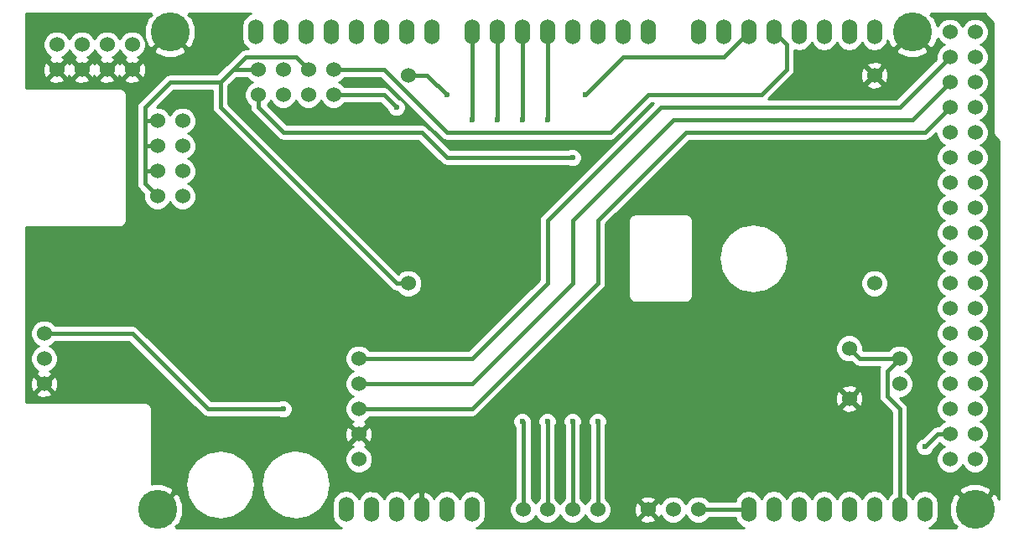
<source format=gbl>
G04 #@! TF.FileFunction,Copper,L2,Bot,Signal*
%FSLAX46Y46*%
G04 Gerber Fmt 4.6, Leading zero omitted, Abs format (unit mm)*
G04 Created by KiCad (PCBNEW (after 2015-mar-04 BZR unknown)-product) date 4/2/2015 5:06:05 PM*
%MOMM*%
G01*
G04 APERTURE LIST*
%ADD10C,0.100000*%
%ADD11C,1.524000*%
%ADD12O,1.524000X2.540000*%
%ADD13C,3.937000*%
%ADD14C,0.600000*%
%ADD15C,0.400000*%
%ADD16C,0.254000*%
G04 APERTURE END LIST*
D10*
D11*
X85090000Y-39370000D03*
X85090000Y-36830000D03*
X87630000Y-36830000D03*
X87630000Y-39370000D03*
X82550000Y-39370000D03*
X82550000Y-36830000D03*
X80010000Y-36830000D03*
X80010000Y-39370000D03*
X92710000Y-49630000D03*
X92710000Y-44550000D03*
X92710000Y-47090000D03*
X92710000Y-52170000D03*
X90170000Y-49630000D03*
X90170000Y-52170000D03*
X90170000Y-47090000D03*
X90170000Y-44550000D03*
X127100000Y-83820000D03*
X129540000Y-83820000D03*
X132080000Y-83820000D03*
X134620000Y-83820000D03*
X170180000Y-73660000D03*
X170180000Y-71120000D03*
X170180000Y-68580000D03*
X170180000Y-66040000D03*
X170180000Y-66040000D03*
X170180000Y-68580000D03*
X170180000Y-71120000D03*
X170180000Y-73660000D03*
X160020000Y-72620000D03*
X160020000Y-67540000D03*
X165100000Y-68580000D03*
X165100000Y-71120000D03*
X115500000Y-60960000D03*
X115500000Y-39940000D03*
X162560000Y-39940000D03*
X162560000Y-60960000D03*
X110510000Y-68580000D03*
X110510000Y-71120000D03*
X110510000Y-73660000D03*
X110510000Y-76200000D03*
X110510000Y-78740000D03*
X144780000Y-83820000D03*
X142240000Y-83820000D03*
X139700000Y-83820000D03*
X78740000Y-71120000D03*
X78740000Y-68580000D03*
X78740000Y-66040000D03*
X100330000Y-41910000D03*
X100330000Y-39370000D03*
X105410000Y-39370000D03*
X105410000Y-41910000D03*
X102870000Y-39370000D03*
X102870000Y-41910000D03*
X107950000Y-41910000D03*
X107950000Y-39370000D03*
X172720000Y-78740000D03*
X170180000Y-78740000D03*
X172720000Y-76200000D03*
X170180000Y-76200000D03*
X172720000Y-73660000D03*
X170180000Y-73660000D03*
X172720000Y-71120000D03*
X170180000Y-71120000D03*
X172720000Y-68580000D03*
X170180000Y-68580000D03*
X172720000Y-66040000D03*
X170180000Y-66040000D03*
X172720000Y-63500000D03*
X170180000Y-63500000D03*
X172720000Y-60960000D03*
X170180000Y-60960000D03*
X172720000Y-58420000D03*
X170180000Y-58420000D03*
X172720000Y-55880000D03*
X170180000Y-55880000D03*
D12*
X144780000Y-35560000D03*
X147320000Y-35560000D03*
X149860000Y-35560000D03*
X152400000Y-35560000D03*
X154940000Y-35560000D03*
X157480000Y-35560000D03*
X160020000Y-35560000D03*
X162560000Y-35560000D03*
X167640000Y-83820000D03*
X165100000Y-83820000D03*
X162560000Y-83820000D03*
X160020000Y-83820000D03*
X149860000Y-83820000D03*
X152400000Y-83820000D03*
X154940000Y-83820000D03*
X157480000Y-83820000D03*
X121920000Y-83820000D03*
X119380000Y-83820000D03*
X116840000Y-83820000D03*
X111760000Y-83820000D03*
X109220000Y-83820000D03*
X139700000Y-35560000D03*
X137160000Y-35560000D03*
X134620000Y-35560000D03*
X132080000Y-35560000D03*
X129540000Y-35560000D03*
X127000000Y-35560000D03*
X124460000Y-35560000D03*
X121920000Y-35560000D03*
X117856000Y-35560000D03*
X115316000Y-35560000D03*
X112776000Y-35560000D03*
X110236000Y-35560000D03*
X107696000Y-35560000D03*
X105156000Y-35560000D03*
X102616000Y-35560000D03*
X100076000Y-35560000D03*
X114300000Y-83820000D03*
D13*
X172720000Y-83820000D03*
X166370000Y-35560000D03*
X91440000Y-35560000D03*
X90170000Y-83820000D03*
D11*
X170180000Y-38100000D03*
X172720000Y-38100000D03*
X170180000Y-40640000D03*
X172720000Y-40640000D03*
X170180000Y-43180000D03*
X172720000Y-43180000D03*
X170180000Y-45720000D03*
X172720000Y-45720000D03*
X170180000Y-35560000D03*
X172720000Y-35560000D03*
X172720000Y-48260000D03*
X170180000Y-48260000D03*
X170180000Y-50800000D03*
X172720000Y-50800000D03*
X170180000Y-53340000D03*
X172720000Y-53340000D03*
X170180000Y-55880000D03*
X172720000Y-55880000D03*
X170180000Y-58420000D03*
X172720000Y-58420000D03*
X170180000Y-60960000D03*
X172720000Y-60960000D03*
X170180000Y-63500000D03*
X172720000Y-63500000D03*
X170180000Y-66040000D03*
X172720000Y-66040000D03*
X170180000Y-68580000D03*
X172720000Y-68580000D03*
X170180000Y-71120000D03*
X172720000Y-71120000D03*
X170180000Y-73660000D03*
X172720000Y-73660000D03*
X170180000Y-76200000D03*
X172720000Y-76200000D03*
X170180000Y-78740000D03*
X172720000Y-78740000D03*
D14*
X133350000Y-41910000D03*
X132080000Y-48260000D03*
X114300000Y-43180000D03*
X119380000Y-41910000D03*
X129540000Y-44450000D03*
X134620000Y-74930000D03*
X127000000Y-44450000D03*
X132080000Y-74930000D03*
X124460000Y-44450000D03*
X129540000Y-74930000D03*
X121920000Y-44450000D03*
X127000000Y-74930000D03*
X167640000Y-77470000D03*
X102870000Y-73660000D03*
D15*
X100330000Y-41910000D02*
X100330000Y-43180000D01*
X147320000Y-38100000D02*
X149860000Y-35560000D01*
X137160000Y-38100000D02*
X147320000Y-38100000D01*
X133350000Y-41910000D02*
X137160000Y-38100000D01*
X119380000Y-48260000D02*
X132080000Y-48260000D01*
X116840000Y-45720000D02*
X119380000Y-48260000D01*
X102870000Y-45720000D02*
X116840000Y-45720000D01*
X100330000Y-43180000D02*
X102870000Y-45720000D01*
X107950000Y-39370000D02*
X113030000Y-39370000D01*
X153670000Y-36830000D02*
X152400000Y-35560000D01*
X153670000Y-39370000D02*
X153670000Y-36830000D01*
X151130000Y-41910000D02*
X153670000Y-39370000D01*
X139700000Y-41910000D02*
X151130000Y-41910000D01*
X135890000Y-45720000D02*
X139700000Y-41910000D01*
X119380000Y-45720000D02*
X135890000Y-45720000D01*
X113030000Y-39370000D02*
X119380000Y-45720000D01*
X165100000Y-68580000D02*
X161060000Y-68580000D01*
X161060000Y-68580000D02*
X160020000Y-67540000D01*
X165100000Y-83820000D02*
X165100000Y-73660000D01*
X163830000Y-69850000D02*
X165100000Y-68580000D01*
X163830000Y-72390000D02*
X163830000Y-69850000D01*
X165100000Y-73660000D02*
X163830000Y-72390000D01*
X144780000Y-83820000D02*
X149860000Y-83820000D01*
X90170000Y-44550000D02*
X88900000Y-44550000D01*
X90170000Y-47090000D02*
X88900000Y-47090000D01*
X90170000Y-49630000D02*
X88900000Y-49630000D01*
X96520000Y-40640000D02*
X91440000Y-40640000D01*
X88900000Y-50900000D02*
X90170000Y-52170000D01*
X88900000Y-43180000D02*
X88900000Y-44550000D01*
X88900000Y-44550000D02*
X88900000Y-47090000D01*
X88900000Y-47090000D02*
X88900000Y-49630000D01*
X88900000Y-49630000D02*
X88900000Y-50900000D01*
X91440000Y-40640000D02*
X88900000Y-43180000D01*
X105410000Y-39370000D02*
X104140000Y-38100000D01*
X99060000Y-38100000D02*
X97790000Y-39370000D01*
X104140000Y-38100000D02*
X99060000Y-38100000D01*
X115500000Y-60960000D02*
X114300000Y-60960000D01*
X97790000Y-39370000D02*
X100330000Y-39370000D01*
X96520000Y-40640000D02*
X97790000Y-39370000D01*
X96520000Y-43180000D02*
X96520000Y-40640000D01*
X114300000Y-60960000D02*
X96520000Y-43180000D01*
X115500000Y-39940000D02*
X117410000Y-39940000D01*
X113030000Y-41910000D02*
X107950000Y-41910000D01*
X114300000Y-43180000D02*
X113030000Y-41910000D01*
X117410000Y-39940000D02*
X119380000Y-41910000D01*
X134620000Y-83820000D02*
X134620000Y-74930000D01*
X129540000Y-44450000D02*
X129540000Y-35560000D01*
X132080000Y-83820000D02*
X132080000Y-74930000D01*
X127000000Y-44450000D02*
X127000000Y-35560000D01*
X129540000Y-83820000D02*
X129540000Y-74930000D01*
X124460000Y-44450000D02*
X124460000Y-35560000D01*
X127100000Y-83820000D02*
X127100000Y-75030000D01*
X121920000Y-44450000D02*
X121920000Y-35560000D01*
X127100000Y-75030000D02*
X127000000Y-74930000D01*
X129540000Y-60960000D02*
X129540000Y-54610000D01*
X121920000Y-68580000D02*
X129540000Y-60960000D01*
X110510000Y-68580000D02*
X121920000Y-68580000D01*
X165100000Y-43180000D02*
X170180000Y-38100000D01*
X140970000Y-43180000D02*
X165100000Y-43180000D01*
X129540000Y-54610000D02*
X140970000Y-43180000D01*
X110510000Y-71120000D02*
X121920000Y-71120000D01*
X142240000Y-44450000D02*
X166370000Y-44450000D01*
X132080000Y-54610000D02*
X142240000Y-44450000D01*
X132080000Y-60960000D02*
X132080000Y-54610000D01*
X121920000Y-71120000D02*
X132080000Y-60960000D01*
X166370000Y-44450000D02*
X170180000Y-40640000D01*
X110510000Y-73660000D02*
X121920000Y-73660000D01*
X167640000Y-45720000D02*
X170180000Y-43180000D01*
X143510000Y-45720000D02*
X167640000Y-45720000D01*
X134620000Y-54610000D02*
X143510000Y-45720000D01*
X134620000Y-60960000D02*
X134620000Y-54610000D01*
X121920000Y-73660000D02*
X134620000Y-60960000D01*
X102870000Y-73660000D02*
X95250000Y-73660000D01*
X170180000Y-76200000D02*
X168910000Y-76200000D01*
X167640000Y-77470000D02*
X168910000Y-76200000D01*
X87630000Y-66040000D02*
X78740000Y-66040000D01*
X95250000Y-73660000D02*
X87630000Y-66040000D01*
D16*
G36*
X169595512Y-36829949D02*
X169389697Y-36914990D01*
X168996371Y-37307630D01*
X168783243Y-37820900D01*
X168782810Y-38316321D01*
X168042677Y-39056454D01*
X168042677Y-37412282D01*
X166370000Y-35739605D01*
X164697323Y-37412282D01*
X164914252Y-37779730D01*
X165874518Y-38167853D01*
X166910216Y-38158955D01*
X167825748Y-37779730D01*
X168042677Y-37412282D01*
X168042677Y-39056454D01*
X164754132Y-42345000D01*
X163969144Y-42345000D01*
X163969144Y-40147698D01*
X163941362Y-39592632D01*
X163782397Y-39208857D01*
X163540213Y-39139392D01*
X163360608Y-39318997D01*
X163360608Y-38959787D01*
X163291143Y-38717603D01*
X162767698Y-38530856D01*
X162212632Y-38558638D01*
X161828857Y-38717603D01*
X161759392Y-38959787D01*
X162560000Y-39760395D01*
X163360608Y-38959787D01*
X163360608Y-39318997D01*
X162739605Y-39940000D01*
X163540213Y-40740608D01*
X163782397Y-40671143D01*
X163969144Y-40147698D01*
X163969144Y-42345000D01*
X163360608Y-42345000D01*
X163360608Y-40920213D01*
X162560000Y-40119605D01*
X162380395Y-40299210D01*
X162380395Y-39940000D01*
X161579787Y-39139392D01*
X161337603Y-39208857D01*
X161150856Y-39732302D01*
X161178638Y-40287368D01*
X161337603Y-40671143D01*
X161579787Y-40740608D01*
X162380395Y-39940000D01*
X162380395Y-40299210D01*
X161759392Y-40920213D01*
X161828857Y-41162397D01*
X162352302Y-41349144D01*
X162907368Y-41321362D01*
X163291143Y-41162397D01*
X163360608Y-40920213D01*
X163360608Y-42345000D01*
X151875868Y-42345000D01*
X154260434Y-39960434D01*
X154441439Y-39689541D01*
X154441439Y-39689540D01*
X154504999Y-39370000D01*
X154505000Y-39370000D01*
X154505000Y-37415794D01*
X154940000Y-37502321D01*
X155474609Y-37395981D01*
X155927828Y-37093149D01*
X156210000Y-36670849D01*
X156492172Y-37093149D01*
X156945391Y-37395981D01*
X157480000Y-37502321D01*
X158014609Y-37395981D01*
X158467828Y-37093149D01*
X158750000Y-36670849D01*
X159032172Y-37093149D01*
X159485391Y-37395981D01*
X160020000Y-37502321D01*
X160554609Y-37395981D01*
X161007828Y-37093149D01*
X161290000Y-36670849D01*
X161572172Y-37093149D01*
X162025391Y-37395981D01*
X162560000Y-37502321D01*
X163094609Y-37395981D01*
X163547828Y-37093149D01*
X163850660Y-36639930D01*
X163897357Y-36405162D01*
X164150270Y-37015748D01*
X164517718Y-37232677D01*
X166190395Y-35560000D01*
X166176252Y-35545857D01*
X166355857Y-35366252D01*
X166370000Y-35380395D01*
X166384142Y-35366252D01*
X166563747Y-35545857D01*
X166549605Y-35560000D01*
X168222282Y-37232677D01*
X168589730Y-37015748D01*
X168926089Y-36183551D01*
X168994990Y-36350303D01*
X169387630Y-36743629D01*
X169595512Y-36829949D01*
X169595512Y-36829949D01*
G37*
X169595512Y-36829949D02*
X169389697Y-36914990D01*
X168996371Y-37307630D01*
X168783243Y-37820900D01*
X168782810Y-38316321D01*
X168042677Y-39056454D01*
X168042677Y-37412282D01*
X166370000Y-35739605D01*
X164697323Y-37412282D01*
X164914252Y-37779730D01*
X165874518Y-38167853D01*
X166910216Y-38158955D01*
X167825748Y-37779730D01*
X168042677Y-37412282D01*
X168042677Y-39056454D01*
X164754132Y-42345000D01*
X163969144Y-42345000D01*
X163969144Y-40147698D01*
X163941362Y-39592632D01*
X163782397Y-39208857D01*
X163540213Y-39139392D01*
X163360608Y-39318997D01*
X163360608Y-38959787D01*
X163291143Y-38717603D01*
X162767698Y-38530856D01*
X162212632Y-38558638D01*
X161828857Y-38717603D01*
X161759392Y-38959787D01*
X162560000Y-39760395D01*
X163360608Y-38959787D01*
X163360608Y-39318997D01*
X162739605Y-39940000D01*
X163540213Y-40740608D01*
X163782397Y-40671143D01*
X163969144Y-40147698D01*
X163969144Y-42345000D01*
X163360608Y-42345000D01*
X163360608Y-40920213D01*
X162560000Y-40119605D01*
X162380395Y-40299210D01*
X162380395Y-39940000D01*
X161579787Y-39139392D01*
X161337603Y-39208857D01*
X161150856Y-39732302D01*
X161178638Y-40287368D01*
X161337603Y-40671143D01*
X161579787Y-40740608D01*
X162380395Y-39940000D01*
X162380395Y-40299210D01*
X161759392Y-40920213D01*
X161828857Y-41162397D01*
X162352302Y-41349144D01*
X162907368Y-41321362D01*
X163291143Y-41162397D01*
X163360608Y-40920213D01*
X163360608Y-42345000D01*
X151875868Y-42345000D01*
X154260434Y-39960434D01*
X154441439Y-39689541D01*
X154441439Y-39689540D01*
X154504999Y-39370000D01*
X154505000Y-39370000D01*
X154505000Y-37415794D01*
X154940000Y-37502321D01*
X155474609Y-37395981D01*
X155927828Y-37093149D01*
X156210000Y-36670849D01*
X156492172Y-37093149D01*
X156945391Y-37395981D01*
X157480000Y-37502321D01*
X158014609Y-37395981D01*
X158467828Y-37093149D01*
X158750000Y-36670849D01*
X159032172Y-37093149D01*
X159485391Y-37395981D01*
X160020000Y-37502321D01*
X160554609Y-37395981D01*
X161007828Y-37093149D01*
X161290000Y-36670849D01*
X161572172Y-37093149D01*
X162025391Y-37395981D01*
X162560000Y-37502321D01*
X163094609Y-37395981D01*
X163547828Y-37093149D01*
X163850660Y-36639930D01*
X163897357Y-36405162D01*
X164150270Y-37015748D01*
X164517718Y-37232677D01*
X166190395Y-35560000D01*
X166176252Y-35545857D01*
X166355857Y-35366252D01*
X166370000Y-35380395D01*
X166384142Y-35366252D01*
X166563747Y-35545857D01*
X166549605Y-35560000D01*
X168222282Y-37232677D01*
X168589730Y-37015748D01*
X168926089Y-36183551D01*
X168994990Y-36350303D01*
X169387630Y-36743629D01*
X169595512Y-36829949D01*
G36*
X175133000Y-82830848D02*
X174939730Y-82364252D01*
X174572282Y-82147323D01*
X174392677Y-82326928D01*
X174392677Y-81967718D01*
X174175748Y-81600270D01*
X173215482Y-81212147D01*
X172179784Y-81221045D01*
X171264252Y-81600270D01*
X171047323Y-81967718D01*
X172720000Y-83640395D01*
X174392677Y-81967718D01*
X174392677Y-82326928D01*
X172899605Y-83820000D01*
X172913747Y-83834142D01*
X172734142Y-84013747D01*
X172720000Y-83999605D01*
X172705857Y-84013747D01*
X172540395Y-83848285D01*
X172526252Y-83834142D01*
X172540395Y-83820000D01*
X170867718Y-82147323D01*
X170500270Y-82364252D01*
X170112147Y-83324518D01*
X170121045Y-84360216D01*
X170500270Y-85275748D01*
X170867716Y-85492675D01*
X170754936Y-85605456D01*
X170824480Y-85675000D01*
X168078993Y-85675000D01*
X168174609Y-85655981D01*
X168627828Y-85353149D01*
X168930660Y-84899930D01*
X169037000Y-84365321D01*
X169037000Y-83274679D01*
X168930660Y-82740070D01*
X168627828Y-82286851D01*
X168174609Y-81984019D01*
X167640000Y-81877679D01*
X167105391Y-81984019D01*
X166652172Y-82286851D01*
X166370000Y-82709150D01*
X166087828Y-82286851D01*
X165935000Y-82184734D01*
X165935000Y-73660000D01*
X165871439Y-73340460D01*
X165871439Y-73340459D01*
X165690434Y-73069566D01*
X165137901Y-72517033D01*
X165376661Y-72517242D01*
X165890303Y-72305010D01*
X166283629Y-71912370D01*
X166496757Y-71399100D01*
X166497242Y-70843339D01*
X166285010Y-70329697D01*
X165892370Y-69936371D01*
X165684487Y-69850050D01*
X165890303Y-69765010D01*
X166283629Y-69372370D01*
X166496757Y-68859100D01*
X166497242Y-68303339D01*
X166285010Y-67789697D01*
X165892370Y-67396371D01*
X165379100Y-67183243D01*
X164823339Y-67182758D01*
X164309697Y-67394990D01*
X163959075Y-67745000D01*
X163957242Y-67745000D01*
X163957242Y-60683339D01*
X163745010Y-60169697D01*
X163352370Y-59776371D01*
X162839100Y-59563243D01*
X162283339Y-59562758D01*
X161769697Y-59774990D01*
X161376371Y-60167630D01*
X161163243Y-60680900D01*
X161162758Y-61236661D01*
X161374990Y-61750303D01*
X161767630Y-62143629D01*
X162280900Y-62356757D01*
X162836661Y-62357242D01*
X163350303Y-62145010D01*
X163743629Y-61752370D01*
X163956757Y-61239100D01*
X163957242Y-60683339D01*
X163957242Y-67745000D01*
X161416821Y-67745000D01*
X161417242Y-67263339D01*
X161205010Y-66749697D01*
X160812370Y-66356371D01*
X160299100Y-66143243D01*
X159743339Y-66142758D01*
X159229697Y-66354990D01*
X158836371Y-66747630D01*
X158623243Y-67260900D01*
X158622758Y-67816661D01*
X158834990Y-68330303D01*
X159227630Y-68723629D01*
X159740900Y-68936757D01*
X160236321Y-68937189D01*
X160469566Y-69170434D01*
X160740459Y-69351439D01*
X160740460Y-69351439D01*
X161060000Y-69415000D01*
X163135708Y-69415000D01*
X163058561Y-69530459D01*
X162995000Y-69850000D01*
X162995000Y-72390000D01*
X163058561Y-72709541D01*
X163239566Y-72980434D01*
X164265000Y-74005868D01*
X164265000Y-82184734D01*
X164112172Y-82286851D01*
X163830000Y-82709150D01*
X163547828Y-82286851D01*
X163094609Y-81984019D01*
X162560000Y-81877679D01*
X162025391Y-81984019D01*
X161572172Y-82286851D01*
X161429144Y-82500906D01*
X161429144Y-72827698D01*
X161401362Y-72272632D01*
X161242397Y-71888857D01*
X161000213Y-71819392D01*
X160820608Y-71998997D01*
X160820608Y-71639787D01*
X160751143Y-71397603D01*
X160227698Y-71210856D01*
X159672632Y-71238638D01*
X159288857Y-71397603D01*
X159219392Y-71639787D01*
X160020000Y-72440395D01*
X160820608Y-71639787D01*
X160820608Y-71998997D01*
X160199605Y-72620000D01*
X161000213Y-73420608D01*
X161242397Y-73351143D01*
X161429144Y-72827698D01*
X161429144Y-82500906D01*
X161290000Y-82709150D01*
X161007828Y-82286851D01*
X160820608Y-82161754D01*
X160820608Y-73600213D01*
X160020000Y-72799605D01*
X159840395Y-72979210D01*
X159840395Y-72620000D01*
X159039787Y-71819392D01*
X158797603Y-71888857D01*
X158610856Y-72412302D01*
X158638638Y-72967368D01*
X158797603Y-73351143D01*
X159039787Y-73420608D01*
X159840395Y-72620000D01*
X159840395Y-72979210D01*
X159219392Y-73600213D01*
X159288857Y-73842397D01*
X159812302Y-74029144D01*
X160367368Y-74001362D01*
X160751143Y-73842397D01*
X160820608Y-73600213D01*
X160820608Y-82161754D01*
X160554609Y-81984019D01*
X160020000Y-81877679D01*
X159485391Y-81984019D01*
X159032172Y-82286851D01*
X158750000Y-82709150D01*
X158467828Y-82286851D01*
X158014609Y-81984019D01*
X157480000Y-81877679D01*
X156945391Y-81984019D01*
X156492172Y-82286851D01*
X156210000Y-82709150D01*
X155927828Y-82286851D01*
X155474609Y-81984019D01*
X154940000Y-81877679D01*
X154405391Y-81984019D01*
X153952172Y-82286851D01*
X153884806Y-82387671D01*
X153884806Y-58420000D01*
X153616496Y-57071115D01*
X152852414Y-55927586D01*
X151708885Y-55163504D01*
X150360000Y-54895194D01*
X149011115Y-55163504D01*
X147867586Y-55927586D01*
X147103504Y-57071115D01*
X146835194Y-58420000D01*
X147103504Y-59768885D01*
X147867586Y-60912414D01*
X149011115Y-61676496D01*
X150360000Y-61944806D01*
X151708885Y-61676496D01*
X152852414Y-60912414D01*
X153616496Y-59768885D01*
X153884806Y-58420000D01*
X153884806Y-82387671D01*
X153670000Y-82709150D01*
X153387828Y-82286851D01*
X152934609Y-81984019D01*
X152400000Y-81877679D01*
X151865391Y-81984019D01*
X151412172Y-82286851D01*
X151130000Y-82709150D01*
X150847828Y-82286851D01*
X150394609Y-81984019D01*
X149860000Y-81877679D01*
X149325391Y-81984019D01*
X148872172Y-82286851D01*
X148569340Y-82740070D01*
X148520620Y-82985000D01*
X145920390Y-82985000D01*
X145572370Y-82636371D01*
X145059100Y-82423243D01*
X144503339Y-82422758D01*
X144195000Y-82550160D01*
X144195000Y-62230000D01*
X144195000Y-54610000D01*
X144142857Y-54347862D01*
X143994368Y-54125632D01*
X143772138Y-53977143D01*
X143510000Y-53925000D01*
X138430000Y-53925000D01*
X138167862Y-53977143D01*
X137945632Y-54125632D01*
X137797143Y-54347862D01*
X137745000Y-54610000D01*
X137745000Y-62230000D01*
X137797143Y-62492138D01*
X137945632Y-62714368D01*
X138167862Y-62862857D01*
X138430000Y-62915000D01*
X142240000Y-62915000D01*
X143510000Y-62915000D01*
X143772138Y-62862857D01*
X143994368Y-62714368D01*
X144142857Y-62492138D01*
X144195000Y-62230000D01*
X144195000Y-82550160D01*
X143989697Y-82634990D01*
X143596371Y-83027630D01*
X143510050Y-83235512D01*
X143425010Y-83029697D01*
X143032370Y-82636371D01*
X142519100Y-82423243D01*
X141963339Y-82422758D01*
X141449697Y-82634990D01*
X141056371Y-83027630D01*
X140976605Y-83219727D01*
X140922397Y-83088857D01*
X140680213Y-83019392D01*
X140500608Y-83198997D01*
X140500608Y-82839787D01*
X140431143Y-82597603D01*
X139907698Y-82410856D01*
X139352632Y-82438638D01*
X138968857Y-82597603D01*
X138899392Y-82839787D01*
X139700000Y-83640395D01*
X140500608Y-82839787D01*
X140500608Y-83198997D01*
X139879605Y-83820000D01*
X140680213Y-84620608D01*
X140922397Y-84551143D01*
X140972508Y-84410682D01*
X141054990Y-84610303D01*
X141447630Y-85003629D01*
X141960900Y-85216757D01*
X142516661Y-85217242D01*
X143030303Y-85005010D01*
X143423629Y-84612370D01*
X143509949Y-84404487D01*
X143594990Y-84610303D01*
X143987630Y-85003629D01*
X144500900Y-85216757D01*
X145056661Y-85217242D01*
X145570303Y-85005010D01*
X145920924Y-84655000D01*
X148520620Y-84655000D01*
X148569340Y-84899930D01*
X148872172Y-85353149D01*
X149325391Y-85655981D01*
X149421006Y-85675000D01*
X140500608Y-85675000D01*
X140500608Y-84800213D01*
X139700000Y-83999605D01*
X139520395Y-84179210D01*
X139520395Y-83820000D01*
X138719787Y-83019392D01*
X138477603Y-83088857D01*
X138290856Y-83612302D01*
X138318638Y-84167368D01*
X138477603Y-84551143D01*
X138719787Y-84620608D01*
X139520395Y-83820000D01*
X139520395Y-84179210D01*
X138899392Y-84800213D01*
X138968857Y-85042397D01*
X139492302Y-85229144D01*
X140047368Y-85201362D01*
X140431143Y-85042397D01*
X140500608Y-84800213D01*
X140500608Y-85675000D01*
X136017242Y-85675000D01*
X136017242Y-83543339D01*
X135805010Y-83029697D01*
X135455000Y-82679075D01*
X135455000Y-75357234D01*
X135554838Y-75116799D01*
X135555162Y-74744833D01*
X135413117Y-74401057D01*
X135150327Y-74137808D01*
X134806799Y-73995162D01*
X134434833Y-73994838D01*
X134091057Y-74136883D01*
X133827808Y-74399673D01*
X133685162Y-74743201D01*
X133684838Y-75115167D01*
X133785000Y-75357578D01*
X133785000Y-82679609D01*
X133436371Y-83027630D01*
X133350050Y-83235512D01*
X133265010Y-83029697D01*
X132915000Y-82679075D01*
X132915000Y-75357234D01*
X133014838Y-75116799D01*
X133015162Y-74744833D01*
X132873117Y-74401057D01*
X132610327Y-74137808D01*
X132266799Y-73995162D01*
X131894833Y-73994838D01*
X131551057Y-74136883D01*
X131287808Y-74399673D01*
X131145162Y-74743201D01*
X131144838Y-75115167D01*
X131245000Y-75357578D01*
X131245000Y-82679609D01*
X130896371Y-83027630D01*
X130810050Y-83235512D01*
X130725010Y-83029697D01*
X130375000Y-82679075D01*
X130375000Y-75357234D01*
X130474838Y-75116799D01*
X130475162Y-74744833D01*
X130333117Y-74401057D01*
X130070327Y-74137808D01*
X129726799Y-73995162D01*
X129354833Y-73994838D01*
X129011057Y-74136883D01*
X128747808Y-74399673D01*
X128605162Y-74743201D01*
X128604838Y-75115167D01*
X128705000Y-75357578D01*
X128705000Y-82679609D01*
X128356371Y-83027630D01*
X128320174Y-83114801D01*
X128285010Y-83029697D01*
X127935000Y-82679075D01*
X127935000Y-75030000D01*
X127934913Y-75029567D01*
X127935162Y-74744833D01*
X127793117Y-74401057D01*
X127530327Y-74137808D01*
X127186799Y-73995162D01*
X126814833Y-73994838D01*
X126471057Y-74136883D01*
X126207808Y-74399673D01*
X126065162Y-74743201D01*
X126064838Y-75115167D01*
X126206883Y-75458943D01*
X126265000Y-75517161D01*
X126265000Y-82679609D01*
X125916371Y-83027630D01*
X125703243Y-83540900D01*
X125702758Y-84096661D01*
X125914990Y-84610303D01*
X126307630Y-85003629D01*
X126820900Y-85216757D01*
X127376661Y-85217242D01*
X127890303Y-85005010D01*
X128283629Y-84612370D01*
X128319825Y-84525198D01*
X128354990Y-84610303D01*
X128747630Y-85003629D01*
X129260900Y-85216757D01*
X129816661Y-85217242D01*
X130330303Y-85005010D01*
X130723629Y-84612370D01*
X130809949Y-84404487D01*
X130894990Y-84610303D01*
X131287630Y-85003629D01*
X131800900Y-85216757D01*
X132356661Y-85217242D01*
X132870303Y-85005010D01*
X133263629Y-84612370D01*
X133349949Y-84404487D01*
X133434990Y-84610303D01*
X133827630Y-85003629D01*
X134340900Y-85216757D01*
X134896661Y-85217242D01*
X135410303Y-85005010D01*
X135803629Y-84612370D01*
X136016757Y-84099100D01*
X136017242Y-83543339D01*
X136017242Y-85675000D01*
X122358993Y-85675000D01*
X122454609Y-85655981D01*
X122907828Y-85353149D01*
X123210660Y-84899930D01*
X123317000Y-84365321D01*
X123317000Y-83274679D01*
X123210660Y-82740070D01*
X122907828Y-82286851D01*
X122454609Y-81984019D01*
X121920000Y-81877679D01*
X121385391Y-81984019D01*
X120932172Y-82286851D01*
X120650000Y-82709150D01*
X120367828Y-82286851D01*
X119914609Y-81984019D01*
X119380000Y-81877679D01*
X118845391Y-81984019D01*
X118392172Y-82286851D01*
X118100670Y-82723113D01*
X118082059Y-82660059D01*
X117738026Y-82234370D01*
X117257277Y-81972740D01*
X117183070Y-81957780D01*
X116967000Y-82080280D01*
X116967000Y-83693000D01*
X116987000Y-83693000D01*
X116987000Y-83947000D01*
X116967000Y-83947000D01*
X116967000Y-83967000D01*
X116713000Y-83967000D01*
X116713000Y-83947000D01*
X116693000Y-83947000D01*
X116693000Y-83693000D01*
X116713000Y-83693000D01*
X116713000Y-82080280D01*
X116496930Y-81957780D01*
X116422723Y-81972740D01*
X115941974Y-82234370D01*
X115597941Y-82660059D01*
X115579329Y-82723113D01*
X115287828Y-82286851D01*
X114834609Y-81984019D01*
X114300000Y-81877679D01*
X113765391Y-81984019D01*
X113312172Y-82286851D01*
X113030000Y-82709150D01*
X112747828Y-82286851D01*
X112294609Y-81984019D01*
X111919144Y-81909334D01*
X111919144Y-76407698D01*
X111891362Y-75852632D01*
X111732397Y-75468857D01*
X111490213Y-75399392D01*
X110689605Y-76200000D01*
X111490213Y-77000608D01*
X111732397Y-76931143D01*
X111919144Y-76407698D01*
X111919144Y-81909334D01*
X111907242Y-81906967D01*
X111907242Y-78463339D01*
X111695010Y-77949697D01*
X111302370Y-77556371D01*
X111110272Y-77476605D01*
X111241143Y-77422397D01*
X111310608Y-77180213D01*
X110510000Y-76379605D01*
X110330395Y-76559210D01*
X110330395Y-76200000D01*
X109529787Y-75399392D01*
X109287603Y-75468857D01*
X109100856Y-75992302D01*
X109128638Y-76547368D01*
X109287603Y-76931143D01*
X109529787Y-77000608D01*
X110330395Y-76200000D01*
X110330395Y-76559210D01*
X109709392Y-77180213D01*
X109778857Y-77422397D01*
X109919317Y-77472508D01*
X109719697Y-77554990D01*
X109326371Y-77947630D01*
X109113243Y-78460900D01*
X109112758Y-79016661D01*
X109324990Y-79530303D01*
X109717630Y-79923629D01*
X110230900Y-80136757D01*
X110786661Y-80137242D01*
X111300303Y-79925010D01*
X111693629Y-79532370D01*
X111906757Y-79019100D01*
X111907242Y-78463339D01*
X111907242Y-81906967D01*
X111760000Y-81877679D01*
X111225391Y-81984019D01*
X110772172Y-82286851D01*
X110490000Y-82709150D01*
X110207828Y-82286851D01*
X109754609Y-81984019D01*
X109220000Y-81877679D01*
X108685391Y-81984019D01*
X108232172Y-82286851D01*
X107929340Y-82740070D01*
X107823000Y-83274679D01*
X107823000Y-84365321D01*
X107929340Y-84899930D01*
X108232172Y-85353149D01*
X108685391Y-85655981D01*
X108781006Y-85675000D01*
X107664806Y-85675000D01*
X107664806Y-81280000D01*
X107396496Y-79931115D01*
X106632414Y-78787586D01*
X105488885Y-78023504D01*
X104140000Y-77755194D01*
X103805162Y-77821797D01*
X103805162Y-73474833D01*
X103663117Y-73131057D01*
X103400327Y-72867808D01*
X103056799Y-72725162D01*
X102684833Y-72724838D01*
X102442421Y-72825000D01*
X95595868Y-72825000D01*
X88220434Y-65449566D01*
X87949541Y-65268561D01*
X87630000Y-65205000D01*
X79880390Y-65205000D01*
X79532370Y-64856371D01*
X79019100Y-64643243D01*
X78463339Y-64642758D01*
X77949697Y-64854990D01*
X77556371Y-65247630D01*
X77343243Y-65760900D01*
X77342758Y-66316661D01*
X77554990Y-66830303D01*
X77947630Y-67223629D01*
X78155512Y-67309949D01*
X77949697Y-67394990D01*
X77556371Y-67787630D01*
X77343243Y-68300900D01*
X77342758Y-68856661D01*
X77554990Y-69370303D01*
X77947630Y-69763629D01*
X78139727Y-69843394D01*
X78008857Y-69897603D01*
X77939392Y-70139787D01*
X78740000Y-70940395D01*
X79540608Y-70139787D01*
X79471143Y-69897603D01*
X79330682Y-69847491D01*
X79530303Y-69765010D01*
X79923629Y-69372370D01*
X80136757Y-68859100D01*
X80137242Y-68303339D01*
X79925010Y-67789697D01*
X79532370Y-67396371D01*
X79324487Y-67310050D01*
X79530303Y-67225010D01*
X79880924Y-66875000D01*
X87284132Y-66875000D01*
X94659566Y-74250434D01*
X94930459Y-74431439D01*
X94930460Y-74431439D01*
X95250000Y-74495000D01*
X102442765Y-74495000D01*
X102683201Y-74594838D01*
X103055167Y-74595162D01*
X103398943Y-74453117D01*
X103662192Y-74190327D01*
X103804838Y-73846799D01*
X103805162Y-73474833D01*
X103805162Y-77821797D01*
X102791115Y-78023504D01*
X101647586Y-78787586D01*
X100883504Y-79931115D01*
X100615194Y-81280000D01*
X100883504Y-82628885D01*
X101647586Y-83772414D01*
X102791115Y-84536496D01*
X104140000Y-84804806D01*
X105488885Y-84536496D01*
X106632414Y-83772414D01*
X107396496Y-82628885D01*
X107664806Y-81280000D01*
X107664806Y-85675000D01*
X100044806Y-85675000D01*
X100044806Y-81280000D01*
X99776496Y-79931115D01*
X99012414Y-78787586D01*
X97868885Y-78023504D01*
X96520000Y-77755194D01*
X95171115Y-78023504D01*
X94027586Y-78787586D01*
X93263504Y-79931115D01*
X92995194Y-81280000D01*
X93263504Y-82628885D01*
X94027586Y-83772414D01*
X95171115Y-84536496D01*
X96520000Y-84804806D01*
X97868885Y-84536496D01*
X99012414Y-83772414D01*
X99776496Y-82628885D01*
X100044806Y-81280000D01*
X100044806Y-85675000D01*
X92777853Y-85675000D01*
X92065520Y-85675000D01*
X92135064Y-85605456D01*
X92022283Y-85492675D01*
X92389730Y-85275748D01*
X92777853Y-84315482D01*
X92768955Y-83279784D01*
X92389730Y-82364252D01*
X92022282Y-82147323D01*
X90349605Y-83820000D01*
X90363747Y-83834142D01*
X90184142Y-84013747D01*
X90170000Y-83999605D01*
X90155857Y-84013747D01*
X89976252Y-83834142D01*
X89990395Y-83820000D01*
X89976252Y-83805857D01*
X90155857Y-83626252D01*
X90170000Y-83640395D01*
X91842677Y-81967718D01*
X91625748Y-81600270D01*
X90665482Y-81212147D01*
X89629784Y-81221045D01*
X89585000Y-81239595D01*
X89585000Y-73660000D01*
X89532857Y-73397862D01*
X89384368Y-73175632D01*
X89162138Y-73027143D01*
X88900000Y-72975000D01*
X80149144Y-72975000D01*
X80149144Y-71327698D01*
X80121362Y-70772632D01*
X79962397Y-70388857D01*
X79720213Y-70319392D01*
X78919605Y-71120000D01*
X79720213Y-71920608D01*
X79962397Y-71851143D01*
X80149144Y-71327698D01*
X80149144Y-72975000D01*
X79540608Y-72975000D01*
X79540608Y-72100213D01*
X78740000Y-71299605D01*
X78560395Y-71479210D01*
X78560395Y-71120000D01*
X77759787Y-70319392D01*
X77517603Y-70388857D01*
X77330856Y-70912302D01*
X77358638Y-71467368D01*
X77517603Y-71851143D01*
X77759787Y-71920608D01*
X78560395Y-71120000D01*
X78560395Y-71479210D01*
X77939392Y-72100213D01*
X78008857Y-72342397D01*
X78532302Y-72529144D01*
X79087368Y-72501362D01*
X79471143Y-72342397D01*
X79540608Y-72100213D01*
X79540608Y-72975000D01*
X76885000Y-72975000D01*
X76885000Y-55295000D01*
X86360000Y-55295000D01*
X86622138Y-55242857D01*
X86844368Y-55094368D01*
X86992857Y-54872138D01*
X87045000Y-54610000D01*
X87045000Y-41910000D01*
X86992857Y-41647862D01*
X86844368Y-41425632D01*
X86622138Y-41277143D01*
X86360000Y-41225000D01*
X85890608Y-41225000D01*
X85890608Y-40350213D01*
X85090000Y-39549605D01*
X84910395Y-39729210D01*
X84910395Y-39370000D01*
X84109787Y-38569392D01*
X83867603Y-38638857D01*
X83823547Y-38762344D01*
X83772397Y-38638857D01*
X83530213Y-38569392D01*
X82729605Y-39370000D01*
X83530213Y-40170608D01*
X83772397Y-40101143D01*
X83816452Y-39977655D01*
X83867603Y-40101143D01*
X84109787Y-40170608D01*
X84910395Y-39370000D01*
X84910395Y-39729210D01*
X84289392Y-40350213D01*
X84358857Y-40592397D01*
X84882302Y-40779144D01*
X85437368Y-40751362D01*
X85821143Y-40592397D01*
X85890608Y-40350213D01*
X85890608Y-41225000D01*
X83350608Y-41225000D01*
X83350608Y-40350213D01*
X82550000Y-39549605D01*
X82370395Y-39729210D01*
X82370395Y-39370000D01*
X81569787Y-38569392D01*
X81327603Y-38638857D01*
X81283547Y-38762344D01*
X81232397Y-38638857D01*
X80990213Y-38569392D01*
X80189605Y-39370000D01*
X80990213Y-40170608D01*
X81232397Y-40101143D01*
X81276452Y-39977655D01*
X81327603Y-40101143D01*
X81569787Y-40170608D01*
X82370395Y-39370000D01*
X82370395Y-39729210D01*
X81749392Y-40350213D01*
X81818857Y-40592397D01*
X82342302Y-40779144D01*
X82897368Y-40751362D01*
X83281143Y-40592397D01*
X83350608Y-40350213D01*
X83350608Y-41225000D01*
X80810608Y-41225000D01*
X80810608Y-40350213D01*
X80010000Y-39549605D01*
X79830395Y-39729210D01*
X79830395Y-39370000D01*
X79029787Y-38569392D01*
X78787603Y-38638857D01*
X78600856Y-39162302D01*
X78628638Y-39717368D01*
X78787603Y-40101143D01*
X79029787Y-40170608D01*
X79830395Y-39370000D01*
X79830395Y-39729210D01*
X79209392Y-40350213D01*
X79278857Y-40592397D01*
X79802302Y-40779144D01*
X80357368Y-40751362D01*
X80741143Y-40592397D01*
X80810608Y-40350213D01*
X80810608Y-41225000D01*
X76885000Y-41225000D01*
X76885000Y-33705000D01*
X89544480Y-33705000D01*
X89474936Y-33774544D01*
X89587716Y-33887324D01*
X89220270Y-34104252D01*
X88832147Y-35064518D01*
X88841045Y-36100216D01*
X89220270Y-37015748D01*
X89587718Y-37232677D01*
X91260395Y-35560000D01*
X91246252Y-35545857D01*
X91425857Y-35366252D01*
X91440000Y-35380395D01*
X91454142Y-35366252D01*
X91633747Y-35545857D01*
X91619605Y-35560000D01*
X93292282Y-37232677D01*
X93659730Y-37015748D01*
X94047853Y-36055482D01*
X94038955Y-35019784D01*
X93659730Y-34104252D01*
X93292283Y-33887324D01*
X93405064Y-33774544D01*
X93335520Y-33705000D01*
X99637006Y-33705000D01*
X99541391Y-33724019D01*
X99088172Y-34026851D01*
X98785340Y-34480070D01*
X98679000Y-35014679D01*
X98679000Y-36105321D01*
X98785340Y-36639930D01*
X99088172Y-37093149D01*
X99345364Y-37265000D01*
X99060000Y-37265000D01*
X98740459Y-37328561D01*
X98469566Y-37509566D01*
X97199566Y-38779566D01*
X96174132Y-39805000D01*
X94047853Y-39805000D01*
X93112677Y-39805000D01*
X93112677Y-37412282D01*
X91440000Y-35739605D01*
X91260395Y-35919210D01*
X89767323Y-37412282D01*
X89984252Y-37779730D01*
X90944518Y-38167853D01*
X91980216Y-38158955D01*
X92895748Y-37779730D01*
X93112677Y-37412282D01*
X93112677Y-39805000D01*
X91440000Y-39805000D01*
X91120459Y-39868561D01*
X90849566Y-40049566D01*
X89039144Y-41859988D01*
X89039144Y-39577698D01*
X89027242Y-39339903D01*
X89027242Y-36553339D01*
X88815010Y-36039697D01*
X88422370Y-35646371D01*
X87909100Y-35433243D01*
X87353339Y-35432758D01*
X86839697Y-35644990D01*
X86446371Y-36037630D01*
X86360050Y-36245512D01*
X86275010Y-36039697D01*
X85882370Y-35646371D01*
X85369100Y-35433243D01*
X84813339Y-35432758D01*
X84299697Y-35644990D01*
X83906371Y-36037630D01*
X83820050Y-36245512D01*
X83735010Y-36039697D01*
X83342370Y-35646371D01*
X82829100Y-35433243D01*
X82273339Y-35432758D01*
X81759697Y-35644990D01*
X81366371Y-36037630D01*
X81280050Y-36245512D01*
X81195010Y-36039697D01*
X80802370Y-35646371D01*
X80289100Y-35433243D01*
X79733339Y-35432758D01*
X79219697Y-35644990D01*
X78826371Y-36037630D01*
X78613243Y-36550900D01*
X78612758Y-37106661D01*
X78824990Y-37620303D01*
X79217630Y-38013629D01*
X79409727Y-38093394D01*
X79278857Y-38147603D01*
X79209392Y-38389787D01*
X80010000Y-39190395D01*
X80810608Y-38389787D01*
X80741143Y-38147603D01*
X80600682Y-38097491D01*
X80800303Y-38015010D01*
X81193629Y-37622370D01*
X81279949Y-37414487D01*
X81364990Y-37620303D01*
X81757630Y-38013629D01*
X81949727Y-38093394D01*
X81818857Y-38147603D01*
X81749392Y-38389787D01*
X82550000Y-39190395D01*
X83350608Y-38389787D01*
X83281143Y-38147603D01*
X83140682Y-38097491D01*
X83340303Y-38015010D01*
X83733629Y-37622370D01*
X83819949Y-37414487D01*
X83904990Y-37620303D01*
X84297630Y-38013629D01*
X84489727Y-38093394D01*
X84358857Y-38147603D01*
X84289392Y-38389787D01*
X85090000Y-39190395D01*
X85890608Y-38389787D01*
X85821143Y-38147603D01*
X85680682Y-38097491D01*
X85880303Y-38015010D01*
X86273629Y-37622370D01*
X86359949Y-37414487D01*
X86444990Y-37620303D01*
X86837630Y-38013629D01*
X87029727Y-38093394D01*
X86898857Y-38147603D01*
X86829392Y-38389787D01*
X87630000Y-39190395D01*
X88430608Y-38389787D01*
X88361143Y-38147603D01*
X88220682Y-38097491D01*
X88420303Y-38015010D01*
X88813629Y-37622370D01*
X89026757Y-37109100D01*
X89027242Y-36553339D01*
X89027242Y-39339903D01*
X89011362Y-39022632D01*
X88852397Y-38638857D01*
X88610213Y-38569392D01*
X87809605Y-39370000D01*
X88610213Y-40170608D01*
X88852397Y-40101143D01*
X89039144Y-39577698D01*
X89039144Y-41859988D01*
X88430608Y-42468524D01*
X88430608Y-40350213D01*
X87630000Y-39549605D01*
X87450395Y-39729210D01*
X87450395Y-39370000D01*
X86649787Y-38569392D01*
X86407603Y-38638857D01*
X86363547Y-38762344D01*
X86312397Y-38638857D01*
X86070213Y-38569392D01*
X85269605Y-39370000D01*
X86070213Y-40170608D01*
X86312397Y-40101143D01*
X86356452Y-39977655D01*
X86407603Y-40101143D01*
X86649787Y-40170608D01*
X87450395Y-39370000D01*
X87450395Y-39729210D01*
X86829392Y-40350213D01*
X86898857Y-40592397D01*
X87422302Y-40779144D01*
X87977368Y-40751362D01*
X88361143Y-40592397D01*
X88430608Y-40350213D01*
X88430608Y-42468524D01*
X88309566Y-42589566D01*
X88128561Y-42860459D01*
X88065000Y-43180000D01*
X88065000Y-44550000D01*
X88065000Y-47090000D01*
X88065000Y-49630000D01*
X88065000Y-50900000D01*
X88128561Y-51219541D01*
X88309566Y-51490434D01*
X88773187Y-51954055D01*
X88772758Y-52446661D01*
X88984990Y-52960303D01*
X89377630Y-53353629D01*
X89890900Y-53566757D01*
X90446661Y-53567242D01*
X90960303Y-53355010D01*
X91353629Y-52962370D01*
X91439949Y-52754487D01*
X91524990Y-52960303D01*
X91917630Y-53353629D01*
X92430900Y-53566757D01*
X92986661Y-53567242D01*
X93500303Y-53355010D01*
X93893629Y-52962370D01*
X94106757Y-52449100D01*
X94107242Y-51893339D01*
X93895010Y-51379697D01*
X93502370Y-50986371D01*
X93294487Y-50900050D01*
X93500303Y-50815010D01*
X93893629Y-50422370D01*
X94106757Y-49909100D01*
X94107242Y-49353339D01*
X93895010Y-48839697D01*
X93502370Y-48446371D01*
X93294487Y-48360050D01*
X93500303Y-48275010D01*
X93893629Y-47882370D01*
X94106757Y-47369100D01*
X94107242Y-46813339D01*
X93895010Y-46299697D01*
X93502370Y-45906371D01*
X93294487Y-45820050D01*
X93500303Y-45735010D01*
X93893629Y-45342370D01*
X94106757Y-44829100D01*
X94107242Y-44273339D01*
X93895010Y-43759697D01*
X93502370Y-43366371D01*
X92989100Y-43153243D01*
X92433339Y-43152758D01*
X91919697Y-43364990D01*
X91526371Y-43757630D01*
X91440050Y-43965512D01*
X91355010Y-43759697D01*
X90962370Y-43366371D01*
X90449100Y-43153243D01*
X90107922Y-43152945D01*
X91785868Y-41475000D01*
X95685000Y-41475000D01*
X95685000Y-43180000D01*
X95748561Y-43499541D01*
X95929566Y-43770434D01*
X113709566Y-61550434D01*
X113980459Y-61731439D01*
X113980460Y-61731439D01*
X114300000Y-61795000D01*
X114359609Y-61795000D01*
X114707630Y-62143629D01*
X115220900Y-62356757D01*
X115776661Y-62357242D01*
X116290303Y-62145010D01*
X116683629Y-61752370D01*
X116896757Y-61239100D01*
X116897242Y-60683339D01*
X116685010Y-60169697D01*
X116292370Y-59776371D01*
X115779100Y-59563243D01*
X115223339Y-59562758D01*
X114709697Y-59774990D01*
X114502596Y-59981728D01*
X97355000Y-42834132D01*
X97355000Y-40985868D01*
X98135868Y-40205000D01*
X99189609Y-40205000D01*
X99537630Y-40553629D01*
X99745512Y-40639949D01*
X99539697Y-40724990D01*
X99146371Y-41117630D01*
X98933243Y-41630900D01*
X98932758Y-42186661D01*
X99144990Y-42700303D01*
X99495000Y-43050924D01*
X99495000Y-43180000D01*
X99558561Y-43499541D01*
X99739566Y-43770434D01*
X102279566Y-46310434D01*
X102550459Y-46491439D01*
X102550460Y-46491439D01*
X102870000Y-46555000D01*
X116494132Y-46555000D01*
X118789566Y-48850434D01*
X119060459Y-49031439D01*
X119060460Y-49031439D01*
X119380000Y-49095000D01*
X131652765Y-49095000D01*
X131893201Y-49194838D01*
X132265167Y-49195162D01*
X132608943Y-49053117D01*
X132872192Y-48790327D01*
X133014838Y-48446799D01*
X133015162Y-48074833D01*
X132873117Y-47731057D01*
X132610327Y-47467808D01*
X132266799Y-47325162D01*
X131894833Y-47324838D01*
X131652421Y-47425000D01*
X119725868Y-47425000D01*
X117430434Y-45129566D01*
X117159541Y-44948561D01*
X116840000Y-44885000D01*
X103215868Y-44885000D01*
X101273223Y-42942355D01*
X101513629Y-42702370D01*
X101599949Y-42494487D01*
X101684990Y-42700303D01*
X102077630Y-43093629D01*
X102590900Y-43306757D01*
X103146661Y-43307242D01*
X103660303Y-43095010D01*
X104053629Y-42702370D01*
X104139949Y-42494487D01*
X104224990Y-42700303D01*
X104617630Y-43093629D01*
X105130900Y-43306757D01*
X105686661Y-43307242D01*
X106200303Y-43095010D01*
X106593629Y-42702370D01*
X106679949Y-42494487D01*
X106764990Y-42700303D01*
X107157630Y-43093629D01*
X107670900Y-43306757D01*
X108226661Y-43307242D01*
X108740303Y-43095010D01*
X109090924Y-42745000D01*
X112684132Y-42745000D01*
X113407465Y-43468333D01*
X113506883Y-43708943D01*
X113769673Y-43972192D01*
X114113201Y-44114838D01*
X114485167Y-44115162D01*
X114828943Y-43973117D01*
X115092192Y-43710327D01*
X115234838Y-43366799D01*
X115235162Y-42994833D01*
X115093117Y-42651057D01*
X114830327Y-42387808D01*
X114588089Y-42287221D01*
X113620434Y-41319566D01*
X113349541Y-41138561D01*
X113030000Y-41075000D01*
X109090390Y-41075000D01*
X108742370Y-40726371D01*
X108534487Y-40640050D01*
X108740303Y-40555010D01*
X109090924Y-40205000D01*
X112684132Y-40205000D01*
X118789566Y-46310434D01*
X119060459Y-46491439D01*
X119060460Y-46491439D01*
X119380000Y-46555000D01*
X135890000Y-46555000D01*
X136209540Y-46491439D01*
X136209541Y-46491439D01*
X136480434Y-46310434D01*
X140045868Y-42745000D01*
X140224132Y-42745000D01*
X128949566Y-54019566D01*
X128768561Y-54290459D01*
X128705000Y-54610000D01*
X128705000Y-60614132D01*
X121574132Y-67745000D01*
X111650390Y-67745000D01*
X111302370Y-67396371D01*
X110789100Y-67183243D01*
X110233339Y-67182758D01*
X109719697Y-67394990D01*
X109326371Y-67787630D01*
X109113243Y-68300900D01*
X109112758Y-68856661D01*
X109324990Y-69370303D01*
X109717630Y-69763629D01*
X109925512Y-69849949D01*
X109719697Y-69934990D01*
X109326371Y-70327630D01*
X109113243Y-70840900D01*
X109112758Y-71396661D01*
X109324990Y-71910303D01*
X109717630Y-72303629D01*
X109925512Y-72389949D01*
X109719697Y-72474990D01*
X109326371Y-72867630D01*
X109113243Y-73380900D01*
X109112758Y-73936661D01*
X109324990Y-74450303D01*
X109717630Y-74843629D01*
X109909727Y-74923394D01*
X109778857Y-74977603D01*
X109709392Y-75219787D01*
X110510000Y-76020395D01*
X111310608Y-75219787D01*
X111241143Y-74977603D01*
X111100682Y-74927491D01*
X111300303Y-74845010D01*
X111650924Y-74495000D01*
X121920000Y-74495000D01*
X122239540Y-74431439D01*
X122239541Y-74431439D01*
X122510434Y-74250434D01*
X135210434Y-61550434D01*
X135391439Y-61279541D01*
X135391439Y-61279540D01*
X135455000Y-60960000D01*
X135455000Y-54955868D01*
X143855868Y-46555000D01*
X167640000Y-46555000D01*
X167959540Y-46491439D01*
X167959541Y-46491439D01*
X168230434Y-46310434D01*
X168782966Y-45757901D01*
X168782758Y-45996661D01*
X168994990Y-46510303D01*
X169387630Y-46903629D01*
X169595512Y-46989949D01*
X169389697Y-47074990D01*
X168996371Y-47467630D01*
X168783243Y-47980900D01*
X168782758Y-48536661D01*
X168994990Y-49050303D01*
X169387630Y-49443629D01*
X169595512Y-49529949D01*
X169389697Y-49614990D01*
X168996371Y-50007630D01*
X168783243Y-50520900D01*
X168782758Y-51076661D01*
X168994990Y-51590303D01*
X169387630Y-51983629D01*
X169595512Y-52069949D01*
X169389697Y-52154990D01*
X168996371Y-52547630D01*
X168783243Y-53060900D01*
X168782758Y-53616661D01*
X168994990Y-54130303D01*
X169387630Y-54523629D01*
X169595512Y-54609949D01*
X169389697Y-54694990D01*
X168996371Y-55087630D01*
X168783243Y-55600900D01*
X168782758Y-56156661D01*
X168994990Y-56670303D01*
X169387630Y-57063629D01*
X169595512Y-57149949D01*
X169389697Y-57234990D01*
X168996371Y-57627630D01*
X168783243Y-58140900D01*
X168782758Y-58696661D01*
X168994990Y-59210303D01*
X169387630Y-59603629D01*
X169595512Y-59689949D01*
X169389697Y-59774990D01*
X168996371Y-60167630D01*
X168783243Y-60680900D01*
X168782758Y-61236661D01*
X168994990Y-61750303D01*
X169387630Y-62143629D01*
X169595512Y-62229949D01*
X169389697Y-62314990D01*
X168996371Y-62707630D01*
X168783243Y-63220900D01*
X168782758Y-63776661D01*
X168994990Y-64290303D01*
X169387630Y-64683629D01*
X169595512Y-64769949D01*
X169389697Y-64854990D01*
X168996371Y-65247630D01*
X168783243Y-65760900D01*
X168782758Y-66316661D01*
X168994990Y-66830303D01*
X169387630Y-67223629D01*
X169595512Y-67309949D01*
X169389697Y-67394990D01*
X168996371Y-67787630D01*
X168783243Y-68300900D01*
X168782758Y-68856661D01*
X168994990Y-69370303D01*
X169387630Y-69763629D01*
X169595512Y-69849949D01*
X169389697Y-69934990D01*
X168996371Y-70327630D01*
X168783243Y-70840900D01*
X168782758Y-71396661D01*
X168994990Y-71910303D01*
X169387630Y-72303629D01*
X169595512Y-72389949D01*
X169389697Y-72474990D01*
X168996371Y-72867630D01*
X168783243Y-73380900D01*
X168782758Y-73936661D01*
X168994990Y-74450303D01*
X169387630Y-74843629D01*
X169595512Y-74929949D01*
X169389697Y-75014990D01*
X169039075Y-75365000D01*
X168910000Y-75365000D01*
X168590459Y-75428561D01*
X168319566Y-75609566D01*
X167351666Y-76577465D01*
X167111057Y-76676883D01*
X166847808Y-76939673D01*
X166705162Y-77283201D01*
X166704838Y-77655167D01*
X166846883Y-77998943D01*
X167109673Y-78262192D01*
X167453201Y-78404838D01*
X167825167Y-78405162D01*
X168168943Y-78263117D01*
X168432192Y-78000327D01*
X168532778Y-77758089D01*
X169147644Y-77143223D01*
X169387630Y-77383629D01*
X169595512Y-77469949D01*
X169389697Y-77554990D01*
X168996371Y-77947630D01*
X168783243Y-78460900D01*
X168782758Y-79016661D01*
X168994990Y-79530303D01*
X169387630Y-79923629D01*
X169900900Y-80136757D01*
X170456661Y-80137242D01*
X170970303Y-79925010D01*
X171363629Y-79532370D01*
X171449949Y-79324487D01*
X171534990Y-79530303D01*
X171927630Y-79923629D01*
X172440900Y-80136757D01*
X172996661Y-80137242D01*
X173510303Y-79925010D01*
X173903629Y-79532370D01*
X174116757Y-79019100D01*
X174117242Y-78463339D01*
X173905010Y-77949697D01*
X173512370Y-77556371D01*
X173304487Y-77470050D01*
X173510303Y-77385010D01*
X173903629Y-76992370D01*
X174116757Y-76479100D01*
X174117242Y-75923339D01*
X173905010Y-75409697D01*
X173512370Y-75016371D01*
X173304487Y-74930050D01*
X173510303Y-74845010D01*
X173903629Y-74452370D01*
X174116757Y-73939100D01*
X174117242Y-73383339D01*
X173905010Y-72869697D01*
X173512370Y-72476371D01*
X173304487Y-72390050D01*
X173510303Y-72305010D01*
X173903629Y-71912370D01*
X174116757Y-71399100D01*
X174117242Y-70843339D01*
X173905010Y-70329697D01*
X173512370Y-69936371D01*
X173304487Y-69850050D01*
X173510303Y-69765010D01*
X173903629Y-69372370D01*
X174116757Y-68859100D01*
X174117242Y-68303339D01*
X173905010Y-67789697D01*
X173512370Y-67396371D01*
X173304487Y-67310050D01*
X173510303Y-67225010D01*
X173903629Y-66832370D01*
X174116757Y-66319100D01*
X174117242Y-65763339D01*
X173905010Y-65249697D01*
X173512370Y-64856371D01*
X173304487Y-64770050D01*
X173510303Y-64685010D01*
X173903629Y-64292370D01*
X174116757Y-63779100D01*
X174117242Y-63223339D01*
X173905010Y-62709697D01*
X173512370Y-62316371D01*
X173304487Y-62230050D01*
X173510303Y-62145010D01*
X173903629Y-61752370D01*
X174116757Y-61239100D01*
X174117242Y-60683339D01*
X173905010Y-60169697D01*
X173512370Y-59776371D01*
X173304487Y-59690050D01*
X173510303Y-59605010D01*
X173903629Y-59212370D01*
X174116757Y-58699100D01*
X174117242Y-58143339D01*
X173905010Y-57629697D01*
X173512370Y-57236371D01*
X173304487Y-57150050D01*
X173510303Y-57065010D01*
X173903629Y-56672370D01*
X174116757Y-56159100D01*
X174117242Y-55603339D01*
X173905010Y-55089697D01*
X173512370Y-54696371D01*
X173304487Y-54610050D01*
X173510303Y-54525010D01*
X173903629Y-54132370D01*
X174116757Y-53619100D01*
X174117242Y-53063339D01*
X173905010Y-52549697D01*
X173512370Y-52156371D01*
X173304487Y-52070050D01*
X173510303Y-51985010D01*
X173903629Y-51592370D01*
X174116757Y-51079100D01*
X174117242Y-50523339D01*
X173905010Y-50009697D01*
X173512370Y-49616371D01*
X173304487Y-49530050D01*
X173510303Y-49445010D01*
X173903629Y-49052370D01*
X174116757Y-48539100D01*
X174117242Y-47983339D01*
X173905010Y-47469697D01*
X173512370Y-47076371D01*
X173304487Y-46990050D01*
X173510303Y-46905010D01*
X173903629Y-46512370D01*
X174116757Y-45999100D01*
X174117242Y-45443339D01*
X173905010Y-44929697D01*
X173512370Y-44536371D01*
X173304487Y-44450050D01*
X173510303Y-44365010D01*
X173903629Y-43972370D01*
X174116757Y-43459100D01*
X174117242Y-42903339D01*
X173905010Y-42389697D01*
X173512370Y-41996371D01*
X173304487Y-41910050D01*
X173510303Y-41825010D01*
X173903629Y-41432370D01*
X174116757Y-40919100D01*
X174117242Y-40363339D01*
X173905010Y-39849697D01*
X173512370Y-39456371D01*
X173304487Y-39370050D01*
X173510303Y-39285010D01*
X173903629Y-38892370D01*
X174116757Y-38379100D01*
X174117242Y-37823339D01*
X173905010Y-37309697D01*
X173512370Y-36916371D01*
X173304487Y-36830050D01*
X173510303Y-36745010D01*
X173903629Y-36352370D01*
X174116757Y-35839100D01*
X174117242Y-35283339D01*
X173905010Y-34769697D01*
X173512370Y-34376371D01*
X172999100Y-34163243D01*
X172443339Y-34162758D01*
X171929697Y-34374990D01*
X171536371Y-34767630D01*
X171450050Y-34975512D01*
X171365010Y-34769697D01*
X170972370Y-34376371D01*
X170459100Y-34163243D01*
X169903339Y-34162758D01*
X169389697Y-34374990D01*
X168996371Y-34767630D01*
X168930358Y-34926604D01*
X168589730Y-34104252D01*
X168222283Y-33887324D01*
X168335064Y-33774544D01*
X168265520Y-33705000D01*
X173706264Y-33705000D01*
X174575000Y-34573736D01*
X174575000Y-45720000D01*
X174627143Y-45982138D01*
X174775632Y-46204368D01*
X175133000Y-46561736D01*
X175133000Y-82830848D01*
X175133000Y-82830848D01*
G37*
X175133000Y-82830848D02*
X174939730Y-82364252D01*
X174572282Y-82147323D01*
X174392677Y-82326928D01*
X174392677Y-81967718D01*
X174175748Y-81600270D01*
X173215482Y-81212147D01*
X172179784Y-81221045D01*
X171264252Y-81600270D01*
X171047323Y-81967718D01*
X172720000Y-83640395D01*
X174392677Y-81967718D01*
X174392677Y-82326928D01*
X172899605Y-83820000D01*
X172913747Y-83834142D01*
X172734142Y-84013747D01*
X172720000Y-83999605D01*
X172705857Y-84013747D01*
X172540395Y-83848285D01*
X172526252Y-83834142D01*
X172540395Y-83820000D01*
X170867718Y-82147323D01*
X170500270Y-82364252D01*
X170112147Y-83324518D01*
X170121045Y-84360216D01*
X170500270Y-85275748D01*
X170867716Y-85492675D01*
X170754936Y-85605456D01*
X170824480Y-85675000D01*
X168078993Y-85675000D01*
X168174609Y-85655981D01*
X168627828Y-85353149D01*
X168930660Y-84899930D01*
X169037000Y-84365321D01*
X169037000Y-83274679D01*
X168930660Y-82740070D01*
X168627828Y-82286851D01*
X168174609Y-81984019D01*
X167640000Y-81877679D01*
X167105391Y-81984019D01*
X166652172Y-82286851D01*
X166370000Y-82709150D01*
X166087828Y-82286851D01*
X165935000Y-82184734D01*
X165935000Y-73660000D01*
X165871439Y-73340460D01*
X165871439Y-73340459D01*
X165690434Y-73069566D01*
X165137901Y-72517033D01*
X165376661Y-72517242D01*
X165890303Y-72305010D01*
X166283629Y-71912370D01*
X166496757Y-71399100D01*
X166497242Y-70843339D01*
X166285010Y-70329697D01*
X165892370Y-69936371D01*
X165684487Y-69850050D01*
X165890303Y-69765010D01*
X166283629Y-69372370D01*
X166496757Y-68859100D01*
X166497242Y-68303339D01*
X166285010Y-67789697D01*
X165892370Y-67396371D01*
X165379100Y-67183243D01*
X164823339Y-67182758D01*
X164309697Y-67394990D01*
X163959075Y-67745000D01*
X163957242Y-67745000D01*
X163957242Y-60683339D01*
X163745010Y-60169697D01*
X163352370Y-59776371D01*
X162839100Y-59563243D01*
X162283339Y-59562758D01*
X161769697Y-59774990D01*
X161376371Y-60167630D01*
X161163243Y-60680900D01*
X161162758Y-61236661D01*
X161374990Y-61750303D01*
X161767630Y-62143629D01*
X162280900Y-62356757D01*
X162836661Y-62357242D01*
X163350303Y-62145010D01*
X163743629Y-61752370D01*
X163956757Y-61239100D01*
X163957242Y-60683339D01*
X163957242Y-67745000D01*
X161416821Y-67745000D01*
X161417242Y-67263339D01*
X161205010Y-66749697D01*
X160812370Y-66356371D01*
X160299100Y-66143243D01*
X159743339Y-66142758D01*
X159229697Y-66354990D01*
X158836371Y-66747630D01*
X158623243Y-67260900D01*
X158622758Y-67816661D01*
X158834990Y-68330303D01*
X159227630Y-68723629D01*
X159740900Y-68936757D01*
X160236321Y-68937189D01*
X160469566Y-69170434D01*
X160740459Y-69351439D01*
X160740460Y-69351439D01*
X161060000Y-69415000D01*
X163135708Y-69415000D01*
X163058561Y-69530459D01*
X162995000Y-69850000D01*
X162995000Y-72390000D01*
X163058561Y-72709541D01*
X163239566Y-72980434D01*
X164265000Y-74005868D01*
X164265000Y-82184734D01*
X164112172Y-82286851D01*
X163830000Y-82709150D01*
X163547828Y-82286851D01*
X163094609Y-81984019D01*
X162560000Y-81877679D01*
X162025391Y-81984019D01*
X161572172Y-82286851D01*
X161429144Y-82500906D01*
X161429144Y-72827698D01*
X161401362Y-72272632D01*
X161242397Y-71888857D01*
X161000213Y-71819392D01*
X160820608Y-71998997D01*
X160820608Y-71639787D01*
X160751143Y-71397603D01*
X160227698Y-71210856D01*
X159672632Y-71238638D01*
X159288857Y-71397603D01*
X159219392Y-71639787D01*
X160020000Y-72440395D01*
X160820608Y-71639787D01*
X160820608Y-71998997D01*
X160199605Y-72620000D01*
X161000213Y-73420608D01*
X161242397Y-73351143D01*
X161429144Y-72827698D01*
X161429144Y-82500906D01*
X161290000Y-82709150D01*
X161007828Y-82286851D01*
X160820608Y-82161754D01*
X160820608Y-73600213D01*
X160020000Y-72799605D01*
X159840395Y-72979210D01*
X159840395Y-72620000D01*
X159039787Y-71819392D01*
X158797603Y-71888857D01*
X158610856Y-72412302D01*
X158638638Y-72967368D01*
X158797603Y-73351143D01*
X159039787Y-73420608D01*
X159840395Y-72620000D01*
X159840395Y-72979210D01*
X159219392Y-73600213D01*
X159288857Y-73842397D01*
X159812302Y-74029144D01*
X160367368Y-74001362D01*
X160751143Y-73842397D01*
X160820608Y-73600213D01*
X160820608Y-82161754D01*
X160554609Y-81984019D01*
X160020000Y-81877679D01*
X159485391Y-81984019D01*
X159032172Y-82286851D01*
X158750000Y-82709150D01*
X158467828Y-82286851D01*
X158014609Y-81984019D01*
X157480000Y-81877679D01*
X156945391Y-81984019D01*
X156492172Y-82286851D01*
X156210000Y-82709150D01*
X155927828Y-82286851D01*
X155474609Y-81984019D01*
X154940000Y-81877679D01*
X154405391Y-81984019D01*
X153952172Y-82286851D01*
X153884806Y-82387671D01*
X153884806Y-58420000D01*
X153616496Y-57071115D01*
X152852414Y-55927586D01*
X151708885Y-55163504D01*
X150360000Y-54895194D01*
X149011115Y-55163504D01*
X147867586Y-55927586D01*
X147103504Y-57071115D01*
X146835194Y-58420000D01*
X147103504Y-59768885D01*
X147867586Y-60912414D01*
X149011115Y-61676496D01*
X150360000Y-61944806D01*
X151708885Y-61676496D01*
X152852414Y-60912414D01*
X153616496Y-59768885D01*
X153884806Y-58420000D01*
X153884806Y-82387671D01*
X153670000Y-82709150D01*
X153387828Y-82286851D01*
X152934609Y-81984019D01*
X152400000Y-81877679D01*
X151865391Y-81984019D01*
X151412172Y-82286851D01*
X151130000Y-82709150D01*
X150847828Y-82286851D01*
X150394609Y-81984019D01*
X149860000Y-81877679D01*
X149325391Y-81984019D01*
X148872172Y-82286851D01*
X148569340Y-82740070D01*
X148520620Y-82985000D01*
X145920390Y-82985000D01*
X145572370Y-82636371D01*
X145059100Y-82423243D01*
X144503339Y-82422758D01*
X144195000Y-82550160D01*
X144195000Y-62230000D01*
X144195000Y-54610000D01*
X144142857Y-54347862D01*
X143994368Y-54125632D01*
X143772138Y-53977143D01*
X143510000Y-53925000D01*
X138430000Y-53925000D01*
X138167862Y-53977143D01*
X137945632Y-54125632D01*
X137797143Y-54347862D01*
X137745000Y-54610000D01*
X137745000Y-62230000D01*
X137797143Y-62492138D01*
X137945632Y-62714368D01*
X138167862Y-62862857D01*
X138430000Y-62915000D01*
X142240000Y-62915000D01*
X143510000Y-62915000D01*
X143772138Y-62862857D01*
X143994368Y-62714368D01*
X144142857Y-62492138D01*
X144195000Y-62230000D01*
X144195000Y-82550160D01*
X143989697Y-82634990D01*
X143596371Y-83027630D01*
X143510050Y-83235512D01*
X143425010Y-83029697D01*
X143032370Y-82636371D01*
X142519100Y-82423243D01*
X141963339Y-82422758D01*
X141449697Y-82634990D01*
X141056371Y-83027630D01*
X140976605Y-83219727D01*
X140922397Y-83088857D01*
X140680213Y-83019392D01*
X140500608Y-83198997D01*
X140500608Y-82839787D01*
X140431143Y-82597603D01*
X139907698Y-82410856D01*
X139352632Y-82438638D01*
X138968857Y-82597603D01*
X138899392Y-82839787D01*
X139700000Y-83640395D01*
X140500608Y-82839787D01*
X140500608Y-83198997D01*
X139879605Y-83820000D01*
X140680213Y-84620608D01*
X140922397Y-84551143D01*
X140972508Y-84410682D01*
X141054990Y-84610303D01*
X141447630Y-85003629D01*
X141960900Y-85216757D01*
X142516661Y-85217242D01*
X143030303Y-85005010D01*
X143423629Y-84612370D01*
X143509949Y-84404487D01*
X143594990Y-84610303D01*
X143987630Y-85003629D01*
X144500900Y-85216757D01*
X145056661Y-85217242D01*
X145570303Y-85005010D01*
X145920924Y-84655000D01*
X148520620Y-84655000D01*
X148569340Y-84899930D01*
X148872172Y-85353149D01*
X149325391Y-85655981D01*
X149421006Y-85675000D01*
X140500608Y-85675000D01*
X140500608Y-84800213D01*
X139700000Y-83999605D01*
X139520395Y-84179210D01*
X139520395Y-83820000D01*
X138719787Y-83019392D01*
X138477603Y-83088857D01*
X138290856Y-83612302D01*
X138318638Y-84167368D01*
X138477603Y-84551143D01*
X138719787Y-84620608D01*
X139520395Y-83820000D01*
X139520395Y-84179210D01*
X138899392Y-84800213D01*
X138968857Y-85042397D01*
X139492302Y-85229144D01*
X140047368Y-85201362D01*
X140431143Y-85042397D01*
X140500608Y-84800213D01*
X140500608Y-85675000D01*
X136017242Y-85675000D01*
X136017242Y-83543339D01*
X135805010Y-83029697D01*
X135455000Y-82679075D01*
X135455000Y-75357234D01*
X135554838Y-75116799D01*
X135555162Y-74744833D01*
X135413117Y-74401057D01*
X135150327Y-74137808D01*
X134806799Y-73995162D01*
X134434833Y-73994838D01*
X134091057Y-74136883D01*
X133827808Y-74399673D01*
X133685162Y-74743201D01*
X133684838Y-75115167D01*
X133785000Y-75357578D01*
X133785000Y-82679609D01*
X133436371Y-83027630D01*
X133350050Y-83235512D01*
X133265010Y-83029697D01*
X132915000Y-82679075D01*
X132915000Y-75357234D01*
X133014838Y-75116799D01*
X133015162Y-74744833D01*
X132873117Y-74401057D01*
X132610327Y-74137808D01*
X132266799Y-73995162D01*
X131894833Y-73994838D01*
X131551057Y-74136883D01*
X131287808Y-74399673D01*
X131145162Y-74743201D01*
X131144838Y-75115167D01*
X131245000Y-75357578D01*
X131245000Y-82679609D01*
X130896371Y-83027630D01*
X130810050Y-83235512D01*
X130725010Y-83029697D01*
X130375000Y-82679075D01*
X130375000Y-75357234D01*
X130474838Y-75116799D01*
X130475162Y-74744833D01*
X130333117Y-74401057D01*
X130070327Y-74137808D01*
X129726799Y-73995162D01*
X129354833Y-73994838D01*
X129011057Y-74136883D01*
X128747808Y-74399673D01*
X128605162Y-74743201D01*
X128604838Y-75115167D01*
X128705000Y-75357578D01*
X128705000Y-82679609D01*
X128356371Y-83027630D01*
X128320174Y-83114801D01*
X128285010Y-83029697D01*
X127935000Y-82679075D01*
X127935000Y-75030000D01*
X127934913Y-75029567D01*
X127935162Y-74744833D01*
X127793117Y-74401057D01*
X127530327Y-74137808D01*
X127186799Y-73995162D01*
X126814833Y-73994838D01*
X126471057Y-74136883D01*
X126207808Y-74399673D01*
X126065162Y-74743201D01*
X126064838Y-75115167D01*
X126206883Y-75458943D01*
X126265000Y-75517161D01*
X126265000Y-82679609D01*
X125916371Y-83027630D01*
X125703243Y-83540900D01*
X125702758Y-84096661D01*
X125914990Y-84610303D01*
X126307630Y-85003629D01*
X126820900Y-85216757D01*
X127376661Y-85217242D01*
X127890303Y-85005010D01*
X128283629Y-84612370D01*
X128319825Y-84525198D01*
X128354990Y-84610303D01*
X128747630Y-85003629D01*
X129260900Y-85216757D01*
X129816661Y-85217242D01*
X130330303Y-85005010D01*
X130723629Y-84612370D01*
X130809949Y-84404487D01*
X130894990Y-84610303D01*
X131287630Y-85003629D01*
X131800900Y-85216757D01*
X132356661Y-85217242D01*
X132870303Y-85005010D01*
X133263629Y-84612370D01*
X133349949Y-84404487D01*
X133434990Y-84610303D01*
X133827630Y-85003629D01*
X134340900Y-85216757D01*
X134896661Y-85217242D01*
X135410303Y-85005010D01*
X135803629Y-84612370D01*
X136016757Y-84099100D01*
X136017242Y-83543339D01*
X136017242Y-85675000D01*
X122358993Y-85675000D01*
X122454609Y-85655981D01*
X122907828Y-85353149D01*
X123210660Y-84899930D01*
X123317000Y-84365321D01*
X123317000Y-83274679D01*
X123210660Y-82740070D01*
X122907828Y-82286851D01*
X122454609Y-81984019D01*
X121920000Y-81877679D01*
X121385391Y-81984019D01*
X120932172Y-82286851D01*
X120650000Y-82709150D01*
X120367828Y-82286851D01*
X119914609Y-81984019D01*
X119380000Y-81877679D01*
X118845391Y-81984019D01*
X118392172Y-82286851D01*
X118100670Y-82723113D01*
X118082059Y-82660059D01*
X117738026Y-82234370D01*
X117257277Y-81972740D01*
X117183070Y-81957780D01*
X116967000Y-82080280D01*
X116967000Y-83693000D01*
X116987000Y-83693000D01*
X116987000Y-83947000D01*
X116967000Y-83947000D01*
X116967000Y-83967000D01*
X116713000Y-83967000D01*
X116713000Y-83947000D01*
X116693000Y-83947000D01*
X116693000Y-83693000D01*
X116713000Y-83693000D01*
X116713000Y-82080280D01*
X116496930Y-81957780D01*
X116422723Y-81972740D01*
X115941974Y-82234370D01*
X115597941Y-82660059D01*
X115579329Y-82723113D01*
X115287828Y-82286851D01*
X114834609Y-81984019D01*
X114300000Y-81877679D01*
X113765391Y-81984019D01*
X113312172Y-82286851D01*
X113030000Y-82709150D01*
X112747828Y-82286851D01*
X112294609Y-81984019D01*
X111919144Y-81909334D01*
X111919144Y-76407698D01*
X111891362Y-75852632D01*
X111732397Y-75468857D01*
X111490213Y-75399392D01*
X110689605Y-76200000D01*
X111490213Y-77000608D01*
X111732397Y-76931143D01*
X111919144Y-76407698D01*
X111919144Y-81909334D01*
X111907242Y-81906967D01*
X111907242Y-78463339D01*
X111695010Y-77949697D01*
X111302370Y-77556371D01*
X111110272Y-77476605D01*
X111241143Y-77422397D01*
X111310608Y-77180213D01*
X110510000Y-76379605D01*
X110330395Y-76559210D01*
X110330395Y-76200000D01*
X109529787Y-75399392D01*
X109287603Y-75468857D01*
X109100856Y-75992302D01*
X109128638Y-76547368D01*
X109287603Y-76931143D01*
X109529787Y-77000608D01*
X110330395Y-76200000D01*
X110330395Y-76559210D01*
X109709392Y-77180213D01*
X109778857Y-77422397D01*
X109919317Y-77472508D01*
X109719697Y-77554990D01*
X109326371Y-77947630D01*
X109113243Y-78460900D01*
X109112758Y-79016661D01*
X109324990Y-79530303D01*
X109717630Y-79923629D01*
X110230900Y-80136757D01*
X110786661Y-80137242D01*
X111300303Y-79925010D01*
X111693629Y-79532370D01*
X111906757Y-79019100D01*
X111907242Y-78463339D01*
X111907242Y-81906967D01*
X111760000Y-81877679D01*
X111225391Y-81984019D01*
X110772172Y-82286851D01*
X110490000Y-82709150D01*
X110207828Y-82286851D01*
X109754609Y-81984019D01*
X109220000Y-81877679D01*
X108685391Y-81984019D01*
X108232172Y-82286851D01*
X107929340Y-82740070D01*
X107823000Y-83274679D01*
X107823000Y-84365321D01*
X107929340Y-84899930D01*
X108232172Y-85353149D01*
X108685391Y-85655981D01*
X108781006Y-85675000D01*
X107664806Y-85675000D01*
X107664806Y-81280000D01*
X107396496Y-79931115D01*
X106632414Y-78787586D01*
X105488885Y-78023504D01*
X104140000Y-77755194D01*
X103805162Y-77821797D01*
X103805162Y-73474833D01*
X103663117Y-73131057D01*
X103400327Y-72867808D01*
X103056799Y-72725162D01*
X102684833Y-72724838D01*
X102442421Y-72825000D01*
X95595868Y-72825000D01*
X88220434Y-65449566D01*
X87949541Y-65268561D01*
X87630000Y-65205000D01*
X79880390Y-65205000D01*
X79532370Y-64856371D01*
X79019100Y-64643243D01*
X78463339Y-64642758D01*
X77949697Y-64854990D01*
X77556371Y-65247630D01*
X77343243Y-65760900D01*
X77342758Y-66316661D01*
X77554990Y-66830303D01*
X77947630Y-67223629D01*
X78155512Y-67309949D01*
X77949697Y-67394990D01*
X77556371Y-67787630D01*
X77343243Y-68300900D01*
X77342758Y-68856661D01*
X77554990Y-69370303D01*
X77947630Y-69763629D01*
X78139727Y-69843394D01*
X78008857Y-69897603D01*
X77939392Y-70139787D01*
X78740000Y-70940395D01*
X79540608Y-70139787D01*
X79471143Y-69897603D01*
X79330682Y-69847491D01*
X79530303Y-69765010D01*
X79923629Y-69372370D01*
X80136757Y-68859100D01*
X80137242Y-68303339D01*
X79925010Y-67789697D01*
X79532370Y-67396371D01*
X79324487Y-67310050D01*
X79530303Y-67225010D01*
X79880924Y-66875000D01*
X87284132Y-66875000D01*
X94659566Y-74250434D01*
X94930459Y-74431439D01*
X94930460Y-74431439D01*
X95250000Y-74495000D01*
X102442765Y-74495000D01*
X102683201Y-74594838D01*
X103055167Y-74595162D01*
X103398943Y-74453117D01*
X103662192Y-74190327D01*
X103804838Y-73846799D01*
X103805162Y-73474833D01*
X103805162Y-77821797D01*
X102791115Y-78023504D01*
X101647586Y-78787586D01*
X100883504Y-79931115D01*
X100615194Y-81280000D01*
X100883504Y-82628885D01*
X101647586Y-83772414D01*
X102791115Y-84536496D01*
X104140000Y-84804806D01*
X105488885Y-84536496D01*
X106632414Y-83772414D01*
X107396496Y-82628885D01*
X107664806Y-81280000D01*
X107664806Y-85675000D01*
X100044806Y-85675000D01*
X100044806Y-81280000D01*
X99776496Y-79931115D01*
X99012414Y-78787586D01*
X97868885Y-78023504D01*
X96520000Y-77755194D01*
X95171115Y-78023504D01*
X94027586Y-78787586D01*
X93263504Y-79931115D01*
X92995194Y-81280000D01*
X93263504Y-82628885D01*
X94027586Y-83772414D01*
X95171115Y-84536496D01*
X96520000Y-84804806D01*
X97868885Y-84536496D01*
X99012414Y-83772414D01*
X99776496Y-82628885D01*
X100044806Y-81280000D01*
X100044806Y-85675000D01*
X92777853Y-85675000D01*
X92065520Y-85675000D01*
X92135064Y-85605456D01*
X92022283Y-85492675D01*
X92389730Y-85275748D01*
X92777853Y-84315482D01*
X92768955Y-83279784D01*
X92389730Y-82364252D01*
X92022282Y-82147323D01*
X90349605Y-83820000D01*
X90363747Y-83834142D01*
X90184142Y-84013747D01*
X90170000Y-83999605D01*
X90155857Y-84013747D01*
X89976252Y-83834142D01*
X89990395Y-83820000D01*
X89976252Y-83805857D01*
X90155857Y-83626252D01*
X90170000Y-83640395D01*
X91842677Y-81967718D01*
X91625748Y-81600270D01*
X90665482Y-81212147D01*
X89629784Y-81221045D01*
X89585000Y-81239595D01*
X89585000Y-73660000D01*
X89532857Y-73397862D01*
X89384368Y-73175632D01*
X89162138Y-73027143D01*
X88900000Y-72975000D01*
X80149144Y-72975000D01*
X80149144Y-71327698D01*
X80121362Y-70772632D01*
X79962397Y-70388857D01*
X79720213Y-70319392D01*
X78919605Y-71120000D01*
X79720213Y-71920608D01*
X79962397Y-71851143D01*
X80149144Y-71327698D01*
X80149144Y-72975000D01*
X79540608Y-72975000D01*
X79540608Y-72100213D01*
X78740000Y-71299605D01*
X78560395Y-71479210D01*
X78560395Y-71120000D01*
X77759787Y-70319392D01*
X77517603Y-70388857D01*
X77330856Y-70912302D01*
X77358638Y-71467368D01*
X77517603Y-71851143D01*
X77759787Y-71920608D01*
X78560395Y-71120000D01*
X78560395Y-71479210D01*
X77939392Y-72100213D01*
X78008857Y-72342397D01*
X78532302Y-72529144D01*
X79087368Y-72501362D01*
X79471143Y-72342397D01*
X79540608Y-72100213D01*
X79540608Y-72975000D01*
X76885000Y-72975000D01*
X76885000Y-55295000D01*
X86360000Y-55295000D01*
X86622138Y-55242857D01*
X86844368Y-55094368D01*
X86992857Y-54872138D01*
X87045000Y-54610000D01*
X87045000Y-41910000D01*
X86992857Y-41647862D01*
X86844368Y-41425632D01*
X86622138Y-41277143D01*
X86360000Y-41225000D01*
X85890608Y-41225000D01*
X85890608Y-40350213D01*
X85090000Y-39549605D01*
X84910395Y-39729210D01*
X84910395Y-39370000D01*
X84109787Y-38569392D01*
X83867603Y-38638857D01*
X83823547Y-38762344D01*
X83772397Y-38638857D01*
X83530213Y-38569392D01*
X82729605Y-39370000D01*
X83530213Y-40170608D01*
X83772397Y-40101143D01*
X83816452Y-39977655D01*
X83867603Y-40101143D01*
X84109787Y-40170608D01*
X84910395Y-39370000D01*
X84910395Y-39729210D01*
X84289392Y-40350213D01*
X84358857Y-40592397D01*
X84882302Y-40779144D01*
X85437368Y-40751362D01*
X85821143Y-40592397D01*
X85890608Y-40350213D01*
X85890608Y-41225000D01*
X83350608Y-41225000D01*
X83350608Y-40350213D01*
X82550000Y-39549605D01*
X82370395Y-39729210D01*
X82370395Y-39370000D01*
X81569787Y-38569392D01*
X81327603Y-38638857D01*
X81283547Y-38762344D01*
X81232397Y-38638857D01*
X80990213Y-38569392D01*
X80189605Y-39370000D01*
X80990213Y-40170608D01*
X81232397Y-40101143D01*
X81276452Y-39977655D01*
X81327603Y-40101143D01*
X81569787Y-40170608D01*
X82370395Y-39370000D01*
X82370395Y-39729210D01*
X81749392Y-40350213D01*
X81818857Y-40592397D01*
X82342302Y-40779144D01*
X82897368Y-40751362D01*
X83281143Y-40592397D01*
X83350608Y-40350213D01*
X83350608Y-41225000D01*
X80810608Y-41225000D01*
X80810608Y-40350213D01*
X80010000Y-39549605D01*
X79830395Y-39729210D01*
X79830395Y-39370000D01*
X79029787Y-38569392D01*
X78787603Y-38638857D01*
X78600856Y-39162302D01*
X78628638Y-39717368D01*
X78787603Y-40101143D01*
X79029787Y-40170608D01*
X79830395Y-39370000D01*
X79830395Y-39729210D01*
X79209392Y-40350213D01*
X79278857Y-40592397D01*
X79802302Y-40779144D01*
X80357368Y-40751362D01*
X80741143Y-40592397D01*
X80810608Y-40350213D01*
X80810608Y-41225000D01*
X76885000Y-41225000D01*
X76885000Y-33705000D01*
X89544480Y-33705000D01*
X89474936Y-33774544D01*
X89587716Y-33887324D01*
X89220270Y-34104252D01*
X88832147Y-35064518D01*
X88841045Y-36100216D01*
X89220270Y-37015748D01*
X89587718Y-37232677D01*
X91260395Y-35560000D01*
X91246252Y-35545857D01*
X91425857Y-35366252D01*
X91440000Y-35380395D01*
X91454142Y-35366252D01*
X91633747Y-35545857D01*
X91619605Y-35560000D01*
X93292282Y-37232677D01*
X93659730Y-37015748D01*
X94047853Y-36055482D01*
X94038955Y-35019784D01*
X93659730Y-34104252D01*
X93292283Y-33887324D01*
X93405064Y-33774544D01*
X93335520Y-33705000D01*
X99637006Y-33705000D01*
X99541391Y-33724019D01*
X99088172Y-34026851D01*
X98785340Y-34480070D01*
X98679000Y-35014679D01*
X98679000Y-36105321D01*
X98785340Y-36639930D01*
X99088172Y-37093149D01*
X99345364Y-37265000D01*
X99060000Y-37265000D01*
X98740459Y-37328561D01*
X98469566Y-37509566D01*
X97199566Y-38779566D01*
X96174132Y-39805000D01*
X94047853Y-39805000D01*
X93112677Y-39805000D01*
X93112677Y-37412282D01*
X91440000Y-35739605D01*
X91260395Y-35919210D01*
X89767323Y-37412282D01*
X89984252Y-37779730D01*
X90944518Y-38167853D01*
X91980216Y-38158955D01*
X92895748Y-37779730D01*
X93112677Y-37412282D01*
X93112677Y-39805000D01*
X91440000Y-39805000D01*
X91120459Y-39868561D01*
X90849566Y-40049566D01*
X89039144Y-41859988D01*
X89039144Y-39577698D01*
X89027242Y-39339903D01*
X89027242Y-36553339D01*
X88815010Y-36039697D01*
X88422370Y-35646371D01*
X87909100Y-35433243D01*
X87353339Y-35432758D01*
X86839697Y-35644990D01*
X86446371Y-36037630D01*
X86360050Y-36245512D01*
X86275010Y-36039697D01*
X85882370Y-35646371D01*
X85369100Y-35433243D01*
X84813339Y-35432758D01*
X84299697Y-35644990D01*
X83906371Y-36037630D01*
X83820050Y-36245512D01*
X83735010Y-36039697D01*
X83342370Y-35646371D01*
X82829100Y-35433243D01*
X82273339Y-35432758D01*
X81759697Y-35644990D01*
X81366371Y-36037630D01*
X81280050Y-36245512D01*
X81195010Y-36039697D01*
X80802370Y-35646371D01*
X80289100Y-35433243D01*
X79733339Y-35432758D01*
X79219697Y-35644990D01*
X78826371Y-36037630D01*
X78613243Y-36550900D01*
X78612758Y-37106661D01*
X78824990Y-37620303D01*
X79217630Y-38013629D01*
X79409727Y-38093394D01*
X79278857Y-38147603D01*
X79209392Y-38389787D01*
X80010000Y-39190395D01*
X80810608Y-38389787D01*
X80741143Y-38147603D01*
X80600682Y-38097491D01*
X80800303Y-38015010D01*
X81193629Y-37622370D01*
X81279949Y-37414487D01*
X81364990Y-37620303D01*
X81757630Y-38013629D01*
X81949727Y-38093394D01*
X81818857Y-38147603D01*
X81749392Y-38389787D01*
X82550000Y-39190395D01*
X83350608Y-38389787D01*
X83281143Y-38147603D01*
X83140682Y-38097491D01*
X83340303Y-38015010D01*
X83733629Y-37622370D01*
X83819949Y-37414487D01*
X83904990Y-37620303D01*
X84297630Y-38013629D01*
X84489727Y-38093394D01*
X84358857Y-38147603D01*
X84289392Y-38389787D01*
X85090000Y-39190395D01*
X85890608Y-38389787D01*
X85821143Y-38147603D01*
X85680682Y-38097491D01*
X85880303Y-38015010D01*
X86273629Y-37622370D01*
X86359949Y-37414487D01*
X86444990Y-37620303D01*
X86837630Y-38013629D01*
X87029727Y-38093394D01*
X86898857Y-38147603D01*
X86829392Y-38389787D01*
X87630000Y-39190395D01*
X88430608Y-38389787D01*
X88361143Y-38147603D01*
X88220682Y-38097491D01*
X88420303Y-38015010D01*
X88813629Y-37622370D01*
X89026757Y-37109100D01*
X89027242Y-36553339D01*
X89027242Y-39339903D01*
X89011362Y-39022632D01*
X88852397Y-38638857D01*
X88610213Y-38569392D01*
X87809605Y-39370000D01*
X88610213Y-40170608D01*
X88852397Y-40101143D01*
X89039144Y-39577698D01*
X89039144Y-41859988D01*
X88430608Y-42468524D01*
X88430608Y-40350213D01*
X87630000Y-39549605D01*
X87450395Y-39729210D01*
X87450395Y-39370000D01*
X86649787Y-38569392D01*
X86407603Y-38638857D01*
X86363547Y-38762344D01*
X86312397Y-38638857D01*
X86070213Y-38569392D01*
X85269605Y-39370000D01*
X86070213Y-40170608D01*
X86312397Y-40101143D01*
X86356452Y-39977655D01*
X86407603Y-40101143D01*
X86649787Y-40170608D01*
X87450395Y-39370000D01*
X87450395Y-39729210D01*
X86829392Y-40350213D01*
X86898857Y-40592397D01*
X87422302Y-40779144D01*
X87977368Y-40751362D01*
X88361143Y-40592397D01*
X88430608Y-40350213D01*
X88430608Y-42468524D01*
X88309566Y-42589566D01*
X88128561Y-42860459D01*
X88065000Y-43180000D01*
X88065000Y-44550000D01*
X88065000Y-47090000D01*
X88065000Y-49630000D01*
X88065000Y-50900000D01*
X88128561Y-51219541D01*
X88309566Y-51490434D01*
X88773187Y-51954055D01*
X88772758Y-52446661D01*
X88984990Y-52960303D01*
X89377630Y-53353629D01*
X89890900Y-53566757D01*
X90446661Y-53567242D01*
X90960303Y-53355010D01*
X91353629Y-52962370D01*
X91439949Y-52754487D01*
X91524990Y-52960303D01*
X91917630Y-53353629D01*
X92430900Y-53566757D01*
X92986661Y-53567242D01*
X93500303Y-53355010D01*
X93893629Y-52962370D01*
X94106757Y-52449100D01*
X94107242Y-51893339D01*
X93895010Y-51379697D01*
X93502370Y-50986371D01*
X93294487Y-50900050D01*
X93500303Y-50815010D01*
X93893629Y-50422370D01*
X94106757Y-49909100D01*
X94107242Y-49353339D01*
X93895010Y-48839697D01*
X93502370Y-48446371D01*
X93294487Y-48360050D01*
X93500303Y-48275010D01*
X93893629Y-47882370D01*
X94106757Y-47369100D01*
X94107242Y-46813339D01*
X93895010Y-46299697D01*
X93502370Y-45906371D01*
X93294487Y-45820050D01*
X93500303Y-45735010D01*
X93893629Y-45342370D01*
X94106757Y-44829100D01*
X94107242Y-44273339D01*
X93895010Y-43759697D01*
X93502370Y-43366371D01*
X92989100Y-43153243D01*
X92433339Y-43152758D01*
X91919697Y-43364990D01*
X91526371Y-43757630D01*
X91440050Y-43965512D01*
X91355010Y-43759697D01*
X90962370Y-43366371D01*
X90449100Y-43153243D01*
X90107922Y-43152945D01*
X91785868Y-41475000D01*
X95685000Y-41475000D01*
X95685000Y-43180000D01*
X95748561Y-43499541D01*
X95929566Y-43770434D01*
X113709566Y-61550434D01*
X113980459Y-61731439D01*
X113980460Y-61731439D01*
X114300000Y-61795000D01*
X114359609Y-61795000D01*
X114707630Y-62143629D01*
X115220900Y-62356757D01*
X115776661Y-62357242D01*
X116290303Y-62145010D01*
X116683629Y-61752370D01*
X116896757Y-61239100D01*
X116897242Y-60683339D01*
X116685010Y-60169697D01*
X116292370Y-59776371D01*
X115779100Y-59563243D01*
X115223339Y-59562758D01*
X114709697Y-59774990D01*
X114502596Y-59981728D01*
X97355000Y-42834132D01*
X97355000Y-40985868D01*
X98135868Y-40205000D01*
X99189609Y-40205000D01*
X99537630Y-40553629D01*
X99745512Y-40639949D01*
X99539697Y-40724990D01*
X99146371Y-41117630D01*
X98933243Y-41630900D01*
X98932758Y-42186661D01*
X99144990Y-42700303D01*
X99495000Y-43050924D01*
X99495000Y-43180000D01*
X99558561Y-43499541D01*
X99739566Y-43770434D01*
X102279566Y-46310434D01*
X102550459Y-46491439D01*
X102550460Y-46491439D01*
X102870000Y-46555000D01*
X116494132Y-46555000D01*
X118789566Y-48850434D01*
X119060459Y-49031439D01*
X119060460Y-49031439D01*
X119380000Y-49095000D01*
X131652765Y-49095000D01*
X131893201Y-49194838D01*
X132265167Y-49195162D01*
X132608943Y-49053117D01*
X132872192Y-48790327D01*
X133014838Y-48446799D01*
X133015162Y-48074833D01*
X132873117Y-47731057D01*
X132610327Y-47467808D01*
X132266799Y-47325162D01*
X131894833Y-47324838D01*
X131652421Y-47425000D01*
X119725868Y-47425000D01*
X117430434Y-45129566D01*
X117159541Y-44948561D01*
X116840000Y-44885000D01*
X103215868Y-44885000D01*
X101273223Y-42942355D01*
X101513629Y-42702370D01*
X101599949Y-42494487D01*
X101684990Y-42700303D01*
X102077630Y-43093629D01*
X102590900Y-43306757D01*
X103146661Y-43307242D01*
X103660303Y-43095010D01*
X104053629Y-42702370D01*
X104139949Y-42494487D01*
X104224990Y-42700303D01*
X104617630Y-43093629D01*
X105130900Y-43306757D01*
X105686661Y-43307242D01*
X106200303Y-43095010D01*
X106593629Y-42702370D01*
X106679949Y-42494487D01*
X106764990Y-42700303D01*
X107157630Y-43093629D01*
X107670900Y-43306757D01*
X108226661Y-43307242D01*
X108740303Y-43095010D01*
X109090924Y-42745000D01*
X112684132Y-42745000D01*
X113407465Y-43468333D01*
X113506883Y-43708943D01*
X113769673Y-43972192D01*
X114113201Y-44114838D01*
X114485167Y-44115162D01*
X114828943Y-43973117D01*
X115092192Y-43710327D01*
X115234838Y-43366799D01*
X115235162Y-42994833D01*
X115093117Y-42651057D01*
X114830327Y-42387808D01*
X114588089Y-42287221D01*
X113620434Y-41319566D01*
X113349541Y-41138561D01*
X113030000Y-41075000D01*
X109090390Y-41075000D01*
X108742370Y-40726371D01*
X108534487Y-40640050D01*
X108740303Y-40555010D01*
X109090924Y-40205000D01*
X112684132Y-40205000D01*
X118789566Y-46310434D01*
X119060459Y-46491439D01*
X119060460Y-46491439D01*
X119380000Y-46555000D01*
X135890000Y-46555000D01*
X136209540Y-46491439D01*
X136209541Y-46491439D01*
X136480434Y-46310434D01*
X140045868Y-42745000D01*
X140224132Y-42745000D01*
X128949566Y-54019566D01*
X128768561Y-54290459D01*
X128705000Y-54610000D01*
X128705000Y-60614132D01*
X121574132Y-67745000D01*
X111650390Y-67745000D01*
X111302370Y-67396371D01*
X110789100Y-67183243D01*
X110233339Y-67182758D01*
X109719697Y-67394990D01*
X109326371Y-67787630D01*
X109113243Y-68300900D01*
X109112758Y-68856661D01*
X109324990Y-69370303D01*
X109717630Y-69763629D01*
X109925512Y-69849949D01*
X109719697Y-69934990D01*
X109326371Y-70327630D01*
X109113243Y-70840900D01*
X109112758Y-71396661D01*
X109324990Y-71910303D01*
X109717630Y-72303629D01*
X109925512Y-72389949D01*
X109719697Y-72474990D01*
X109326371Y-72867630D01*
X109113243Y-73380900D01*
X109112758Y-73936661D01*
X109324990Y-74450303D01*
X109717630Y-74843629D01*
X109909727Y-74923394D01*
X109778857Y-74977603D01*
X109709392Y-75219787D01*
X110510000Y-76020395D01*
X111310608Y-75219787D01*
X111241143Y-74977603D01*
X111100682Y-74927491D01*
X111300303Y-74845010D01*
X111650924Y-74495000D01*
X121920000Y-74495000D01*
X122239540Y-74431439D01*
X122239541Y-74431439D01*
X122510434Y-74250434D01*
X135210434Y-61550434D01*
X135391439Y-61279541D01*
X135391439Y-61279540D01*
X135455000Y-60960000D01*
X135455000Y-54955868D01*
X143855868Y-46555000D01*
X167640000Y-46555000D01*
X167959540Y-46491439D01*
X167959541Y-46491439D01*
X168230434Y-46310434D01*
X168782966Y-45757901D01*
X168782758Y-45996661D01*
X168994990Y-46510303D01*
X169387630Y-46903629D01*
X169595512Y-46989949D01*
X169389697Y-47074990D01*
X168996371Y-47467630D01*
X168783243Y-47980900D01*
X168782758Y-48536661D01*
X168994990Y-49050303D01*
X169387630Y-49443629D01*
X169595512Y-49529949D01*
X169389697Y-49614990D01*
X168996371Y-50007630D01*
X168783243Y-50520900D01*
X168782758Y-51076661D01*
X168994990Y-51590303D01*
X169387630Y-51983629D01*
X169595512Y-52069949D01*
X169389697Y-52154990D01*
X168996371Y-52547630D01*
X168783243Y-53060900D01*
X168782758Y-53616661D01*
X168994990Y-54130303D01*
X169387630Y-54523629D01*
X169595512Y-54609949D01*
X169389697Y-54694990D01*
X168996371Y-55087630D01*
X168783243Y-55600900D01*
X168782758Y-56156661D01*
X168994990Y-56670303D01*
X169387630Y-57063629D01*
X169595512Y-57149949D01*
X169389697Y-57234990D01*
X168996371Y-57627630D01*
X168783243Y-58140900D01*
X168782758Y-58696661D01*
X168994990Y-59210303D01*
X169387630Y-59603629D01*
X169595512Y-59689949D01*
X169389697Y-59774990D01*
X168996371Y-60167630D01*
X168783243Y-60680900D01*
X168782758Y-61236661D01*
X168994990Y-61750303D01*
X169387630Y-62143629D01*
X169595512Y-62229949D01*
X169389697Y-62314990D01*
X168996371Y-62707630D01*
X168783243Y-63220900D01*
X168782758Y-63776661D01*
X168994990Y-64290303D01*
X169387630Y-64683629D01*
X169595512Y-64769949D01*
X169389697Y-64854990D01*
X168996371Y-65247630D01*
X168783243Y-65760900D01*
X168782758Y-66316661D01*
X168994990Y-66830303D01*
X169387630Y-67223629D01*
X169595512Y-67309949D01*
X169389697Y-67394990D01*
X168996371Y-67787630D01*
X168783243Y-68300900D01*
X168782758Y-68856661D01*
X168994990Y-69370303D01*
X169387630Y-69763629D01*
X169595512Y-69849949D01*
X169389697Y-69934990D01*
X168996371Y-70327630D01*
X168783243Y-70840900D01*
X168782758Y-71396661D01*
X168994990Y-71910303D01*
X169387630Y-72303629D01*
X169595512Y-72389949D01*
X169389697Y-72474990D01*
X168996371Y-72867630D01*
X168783243Y-73380900D01*
X168782758Y-73936661D01*
X168994990Y-74450303D01*
X169387630Y-74843629D01*
X169595512Y-74929949D01*
X169389697Y-75014990D01*
X169039075Y-75365000D01*
X168910000Y-75365000D01*
X168590459Y-75428561D01*
X168319566Y-75609566D01*
X167351666Y-76577465D01*
X167111057Y-76676883D01*
X166847808Y-76939673D01*
X166705162Y-77283201D01*
X166704838Y-77655167D01*
X166846883Y-77998943D01*
X167109673Y-78262192D01*
X167453201Y-78404838D01*
X167825167Y-78405162D01*
X168168943Y-78263117D01*
X168432192Y-78000327D01*
X168532778Y-77758089D01*
X169147644Y-77143223D01*
X169387630Y-77383629D01*
X169595512Y-77469949D01*
X169389697Y-77554990D01*
X168996371Y-77947630D01*
X168783243Y-78460900D01*
X168782758Y-79016661D01*
X168994990Y-79530303D01*
X169387630Y-79923629D01*
X169900900Y-80136757D01*
X170456661Y-80137242D01*
X170970303Y-79925010D01*
X171363629Y-79532370D01*
X171449949Y-79324487D01*
X171534990Y-79530303D01*
X171927630Y-79923629D01*
X172440900Y-80136757D01*
X172996661Y-80137242D01*
X173510303Y-79925010D01*
X173903629Y-79532370D01*
X174116757Y-79019100D01*
X174117242Y-78463339D01*
X173905010Y-77949697D01*
X173512370Y-77556371D01*
X173304487Y-77470050D01*
X173510303Y-77385010D01*
X173903629Y-76992370D01*
X174116757Y-76479100D01*
X174117242Y-75923339D01*
X173905010Y-75409697D01*
X173512370Y-75016371D01*
X173304487Y-74930050D01*
X173510303Y-74845010D01*
X173903629Y-74452370D01*
X174116757Y-73939100D01*
X174117242Y-73383339D01*
X173905010Y-72869697D01*
X173512370Y-72476371D01*
X173304487Y-72390050D01*
X173510303Y-72305010D01*
X173903629Y-71912370D01*
X174116757Y-71399100D01*
X174117242Y-70843339D01*
X173905010Y-70329697D01*
X173512370Y-69936371D01*
X173304487Y-69850050D01*
X173510303Y-69765010D01*
X173903629Y-69372370D01*
X174116757Y-68859100D01*
X174117242Y-68303339D01*
X173905010Y-67789697D01*
X173512370Y-67396371D01*
X173304487Y-67310050D01*
X173510303Y-67225010D01*
X173903629Y-66832370D01*
X174116757Y-66319100D01*
X174117242Y-65763339D01*
X173905010Y-65249697D01*
X173512370Y-64856371D01*
X173304487Y-64770050D01*
X173510303Y-64685010D01*
X173903629Y-64292370D01*
X174116757Y-63779100D01*
X174117242Y-63223339D01*
X173905010Y-62709697D01*
X173512370Y-62316371D01*
X173304487Y-62230050D01*
X173510303Y-62145010D01*
X173903629Y-61752370D01*
X174116757Y-61239100D01*
X174117242Y-60683339D01*
X173905010Y-60169697D01*
X173512370Y-59776371D01*
X173304487Y-59690050D01*
X173510303Y-59605010D01*
X173903629Y-59212370D01*
X174116757Y-58699100D01*
X174117242Y-58143339D01*
X173905010Y-57629697D01*
X173512370Y-57236371D01*
X173304487Y-57150050D01*
X173510303Y-57065010D01*
X173903629Y-56672370D01*
X174116757Y-56159100D01*
X174117242Y-55603339D01*
X173905010Y-55089697D01*
X173512370Y-54696371D01*
X173304487Y-54610050D01*
X173510303Y-54525010D01*
X173903629Y-54132370D01*
X174116757Y-53619100D01*
X174117242Y-53063339D01*
X173905010Y-52549697D01*
X173512370Y-52156371D01*
X173304487Y-52070050D01*
X173510303Y-51985010D01*
X173903629Y-51592370D01*
X174116757Y-51079100D01*
X174117242Y-50523339D01*
X173905010Y-50009697D01*
X173512370Y-49616371D01*
X173304487Y-49530050D01*
X173510303Y-49445010D01*
X173903629Y-49052370D01*
X174116757Y-48539100D01*
X174117242Y-47983339D01*
X173905010Y-47469697D01*
X173512370Y-47076371D01*
X173304487Y-46990050D01*
X173510303Y-46905010D01*
X173903629Y-46512370D01*
X174116757Y-45999100D01*
X174117242Y-45443339D01*
X173905010Y-44929697D01*
X173512370Y-44536371D01*
X173304487Y-44450050D01*
X173510303Y-44365010D01*
X173903629Y-43972370D01*
X174116757Y-43459100D01*
X174117242Y-42903339D01*
X173905010Y-42389697D01*
X173512370Y-41996371D01*
X173304487Y-41910050D01*
X173510303Y-41825010D01*
X173903629Y-41432370D01*
X174116757Y-40919100D01*
X174117242Y-40363339D01*
X173905010Y-39849697D01*
X173512370Y-39456371D01*
X173304487Y-39370050D01*
X173510303Y-39285010D01*
X173903629Y-38892370D01*
X174116757Y-38379100D01*
X174117242Y-37823339D01*
X173905010Y-37309697D01*
X173512370Y-36916371D01*
X173304487Y-36830050D01*
X173510303Y-36745010D01*
X173903629Y-36352370D01*
X174116757Y-35839100D01*
X174117242Y-35283339D01*
X173905010Y-34769697D01*
X173512370Y-34376371D01*
X172999100Y-34163243D01*
X172443339Y-34162758D01*
X171929697Y-34374990D01*
X171536371Y-34767630D01*
X171450050Y-34975512D01*
X171365010Y-34769697D01*
X170972370Y-34376371D01*
X170459100Y-34163243D01*
X169903339Y-34162758D01*
X169389697Y-34374990D01*
X168996371Y-34767630D01*
X168930358Y-34926604D01*
X168589730Y-34104252D01*
X168222283Y-33887324D01*
X168335064Y-33774544D01*
X168265520Y-33705000D01*
X173706264Y-33705000D01*
X174575000Y-34573736D01*
X174575000Y-45720000D01*
X174627143Y-45982138D01*
X174775632Y-46204368D01*
X175133000Y-46561736D01*
X175133000Y-82830848D01*
M02*

</source>
